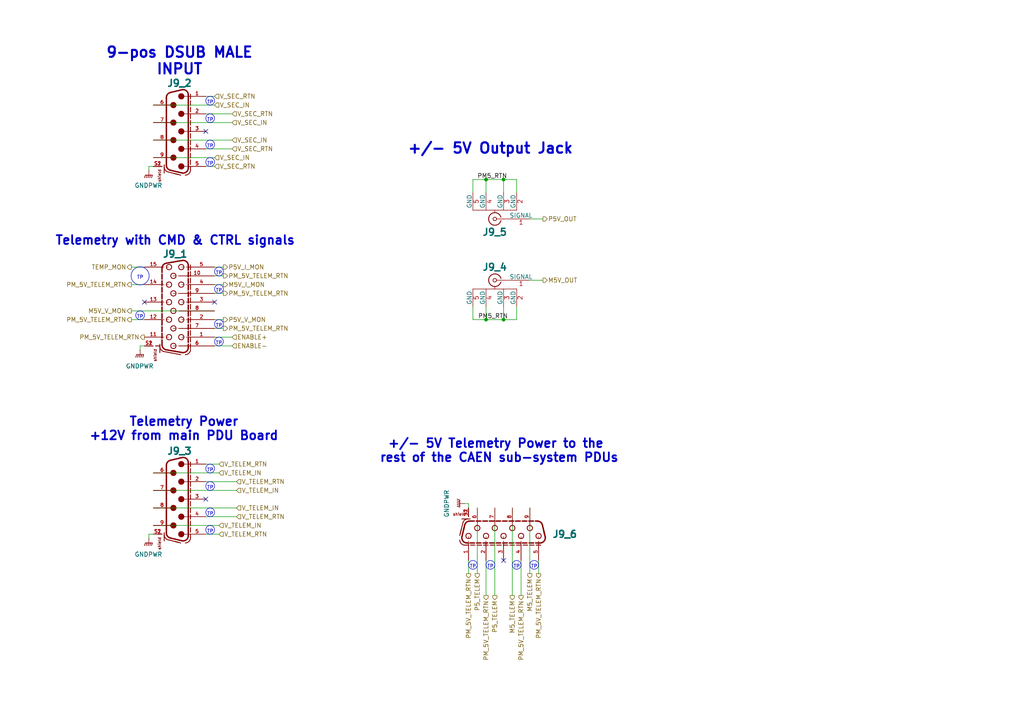
<source format=kicad_sch>
(kicad_sch
	(version 20250114)
	(generator "eeschema")
	(generator_version "9.0")
	(uuid "20abd0f9-a352-48c7-b5df-206a882d77db")
	(paper "A4")
	(lib_symbols
		(symbol "Adam_Tech:RF2-49B-T-00-50-G-HDW"
			(pin_names
				(offset 0)
			)
			(exclude_from_sim no)
			(in_bom yes)
			(on_board yes)
			(property "Reference" "J"
				(at 14.732 20.32 0)
				(effects
					(font
						(size 1.524 1.524)
					)
				)
			)
			(property "Value" "RF2-49B-T-00-50-G-HDW"
				(at 18.542 23.368 0)
				(effects
					(font
						(size 1.524 1.524)
					)
					(hide yes)
				)
			)
			(property "Footprint" "Adam_Tech:CONN_RF2-49B-T-00-50-G-HDW_ADM"
				(at 12.7 2.794 0)
				(effects
					(font
						(size 1.27 1.27)
						(italic yes)
					)
					(hide yes)
				)
			)
			(property "Datasheet" "https://app.adam-tech.com/products/download/data_sheet/219119/rf2-49b-t-00-50-g-hdw-data-sheet.pdf"
				(at 10.922 0.762 0)
				(effects
					(font
						(size 1.27 1.27)
						(italic yes)
					)
					(hide yes)
				)
			)
			(property "Description" "SMA Connector Jack, Female Socket 50 Ohms Through Hole, Right Angle Solder (Voltage Rating = 335V)"
				(at 6.35 17.78 0)
				(effects
					(font
						(size 1.27 1.27)
					)
					(hide yes)
				)
			)
			(property "Manufacturer" "Adam Tech"
				(at 0 0 0)
				(effects
					(font
						(size 1.27 1.27)
					)
					(hide yes)
				)
			)
			(property "Man. Part Num" "RF2-49B-T-00-50-G-HDW"
				(at 0 0 0)
				(effects
					(font
						(size 1.27 1.27)
					)
					(hide yes)
				)
			)
			(property "Distributor" "Mouser"
				(at 0 0 0)
				(effects
					(font
						(size 1.27 1.27)
					)
					(hide yes)
				)
			)
			(property "Dist. Part Num" "737-RF249BT0050GHDW"
				(at 0 0 0)
				(effects
					(font
						(size 1.27 1.27)
					)
					(hide yes)
				)
			)
			(property "Part Type" "Through Hole"
				(at 0 0 0)
				(effects
					(font
						(size 1.27 1.27)
					)
					(hide yes)
				)
			)
			(property "Package" "SMA"
				(at 0 0 0)
				(effects
					(font
						(size 1.27 1.27)
					)
					(hide yes)
				)
			)
			(property "Notes" ""
				(at 0 0 0)
				(effects
					(font
						(size 1.27 1.27)
					)
					(hide yes)
				)
			)
			(property "ki_keywords" "RF2-49B-T-00-50-G-HDW"
				(at 0 0 0)
				(effects
					(font
						(size 1.27 1.27)
					)
					(hide yes)
				)
			)
			(property "ki_fp_filters" "CONN_RF2-49B-T-00-50-G-HDW_ADM"
				(at 0 0 0)
				(effects
					(font
						(size 1.27 1.27)
					)
					(hide yes)
				)
			)
			(symbol "RF2-49B-T-00-50-G-HDW_0_1"
				(polyline
					(pts
						(xy 11.43 13.97) (xy 24.13 13.97)
					)
					(stroke
						(width 0)
						(type default)
					)
					(fill
						(type none)
					)
				)
				(polyline
					(pts
						(xy 15.24 16.51) (xy 12.7 16.51)
					)
					(stroke
						(width 0)
						(type default)
					)
					(fill
						(type none)
					)
				)
				(polyline
					(pts
						(xy 15.24 16.51) (xy 17.272 16.51)
					)
					(stroke
						(width 0)
						(type default)
					)
					(fill
						(type none)
					)
				)
				(arc
					(start 16.002 17.018)
					(mid 18.0023 18.3184)
					(end 19.558 16.51)
					(stroke
						(width 0.254)
						(type default)
					)
					(fill
						(type none)
					)
				)
				(arc
					(start 19.558 16.51)
					(mid 18.0022 14.7022)
					(end 16.002 16.002)
					(stroke
						(width 0.254)
						(type default)
					)
					(fill
						(type none)
					)
				)
				(circle
					(center 17.78 16.51)
					(radius 0.508)
					(stroke
						(width 0.2032)
						(type default)
					)
					(fill
						(type none)
					)
				)
				(polyline
					(pts
						(xy 17.78 13.97) (xy 17.78 14.732)
					)
					(stroke
						(width 0)
						(type default)
					)
					(fill
						(type none)
					)
				)
			)
			(symbol "RF2-49B-T-00-50-G-HDW_1_1"
				(pin unspecified line
					(at 7.62 16.51 0)
					(length 5.08)
					(name "SIGNAL"
						(effects
							(font
								(size 1.27 1.27)
							)
						)
					)
					(number "1"
						(effects
							(font
								(size 1.27 1.27)
							)
						)
					)
				)
				(pin power_in line
					(at 11.43 8.89 90)
					(length 5.08)
					(name "GND"
						(effects
							(font
								(size 1.27 1.27)
							)
						)
					)
					(number "2"
						(effects
							(font
								(size 1.27 1.27)
							)
						)
					)
				)
				(pin power_in line
					(at 15.24 8.89 90)
					(length 5.08)
					(name "GND"
						(effects
							(font
								(size 1.27 1.27)
							)
						)
					)
					(number "3"
						(effects
							(font
								(size 1.27 1.27)
							)
						)
					)
				)
				(pin power_in line
					(at 20.32 8.89 90)
					(length 5.08)
					(name "GND"
						(effects
							(font
								(size 1.27 1.27)
							)
						)
					)
					(number "4"
						(effects
							(font
								(size 1.27 1.27)
							)
						)
					)
				)
				(pin power_in line
					(at 24.13 8.89 90)
					(length 5.08)
					(name "GND"
						(effects
							(font
								(size 1.27 1.27)
							)
						)
					)
					(number "5"
						(effects
							(font
								(size 1.27 1.27)
							)
						)
					)
				)
			)
			(symbol "RF2-49B-T-00-50-G-HDW_1_2"
				(polyline
					(pts
						(xy 5.08 2.54) (xy 5.08 -12.7)
					)
					(stroke
						(width 0.127)
						(type default)
					)
					(fill
						(type none)
					)
				)
				(polyline
					(pts
						(xy 5.08 -12.7) (xy 12.7 -12.7)
					)
					(stroke
						(width 0.127)
						(type default)
					)
					(fill
						(type none)
					)
				)
				(polyline
					(pts
						(xy 7.62 0) (xy 5.08 0)
					)
					(stroke
						(width 0.127)
						(type default)
					)
					(fill
						(type none)
					)
				)
				(polyline
					(pts
						(xy 7.62 0) (xy 8.89 0.8467)
					)
					(stroke
						(width 0.127)
						(type default)
					)
					(fill
						(type none)
					)
				)
				(polyline
					(pts
						(xy 7.62 0) (xy 8.89 -0.8467)
					)
					(stroke
						(width 0.127)
						(type default)
					)
					(fill
						(type none)
					)
				)
				(polyline
					(pts
						(xy 7.62 -2.54) (xy 5.08 -2.54)
					)
					(stroke
						(width 0.127)
						(type default)
					)
					(fill
						(type none)
					)
				)
				(polyline
					(pts
						(xy 7.62 -2.54) (xy 8.89 -1.6933)
					)
					(stroke
						(width 0.127)
						(type default)
					)
					(fill
						(type none)
					)
				)
				(polyline
					(pts
						(xy 7.62 -2.54) (xy 8.89 -3.3867)
					)
					(stroke
						(width 0.127)
						(type default)
					)
					(fill
						(type none)
					)
				)
				(polyline
					(pts
						(xy 7.62 -5.08) (xy 5.08 -5.08)
					)
					(stroke
						(width 0.127)
						(type default)
					)
					(fill
						(type none)
					)
				)
				(polyline
					(pts
						(xy 7.62 -5.08) (xy 8.89 -4.2333)
					)
					(stroke
						(width 0.127)
						(type default)
					)
					(fill
						(type none)
					)
				)
				(polyline
					(pts
						(xy 7.62 -5.08) (xy 8.89 -5.9267)
					)
					(stroke
						(width 0.127)
						(type default)
					)
					(fill
						(type none)
					)
				)
				(polyline
					(pts
						(xy 7.62 -7.62) (xy 5.08 -7.62)
					)
					(stroke
						(width 0.127)
						(type default)
					)
					(fill
						(type none)
					)
				)
				(polyline
					(pts
						(xy 7.62 -7.62) (xy 8.89 -6.7733)
					)
					(stroke
						(width 0.127)
						(type default)
					)
					(fill
						(type none)
					)
				)
				(polyline
					(pts
						(xy 7.62 -7.62) (xy 8.89 -8.4667)
					)
					(stroke
						(width 0.127)
						(type default)
					)
					(fill
						(type none)
					)
				)
				(polyline
					(pts
						(xy 7.62 -10.16) (xy 5.08 -10.16)
					)
					(stroke
						(width 0.127)
						(type default)
					)
					(fill
						(type none)
					)
				)
				(polyline
					(pts
						(xy 7.62 -10.16) (xy 8.89 -9.3133)
					)
					(stroke
						(width 0.127)
						(type default)
					)
					(fill
						(type none)
					)
				)
				(polyline
					(pts
						(xy 7.62 -10.16) (xy 8.89 -11.0067)
					)
					(stroke
						(width 0.127)
						(type default)
					)
					(fill
						(type none)
					)
				)
				(polyline
					(pts
						(xy 12.7 2.54) (xy 5.08 2.54)
					)
					(stroke
						(width 0.127)
						(type default)
					)
					(fill
						(type none)
					)
				)
				(polyline
					(pts
						(xy 12.7 -12.7) (xy 12.7 2.54)
					)
					(stroke
						(width 0.127)
						(type default)
					)
					(fill
						(type none)
					)
				)
				(pin unspecified line
					(at 0 0 0)
					(length 5.08)
					(name "SIGNAL"
						(effects
							(font
								(size 1.27 1.27)
							)
						)
					)
					(number "1"
						(effects
							(font
								(size 1.27 1.27)
							)
						)
					)
				)
				(pin unspecified line
					(at 0 -2.54 0)
					(length 5.08)
					(name "GND"
						(effects
							(font
								(size 1.27 1.27)
							)
						)
					)
					(number "2"
						(effects
							(font
								(size 1.27 1.27)
							)
						)
					)
				)
				(pin unspecified line
					(at 0 -5.08 0)
					(length 5.08)
					(name "GND"
						(effects
							(font
								(size 1.27 1.27)
							)
						)
					)
					(number "3"
						(effects
							(font
								(size 1.27 1.27)
							)
						)
					)
				)
				(pin unspecified line
					(at 0 -7.62 0)
					(length 5.08)
					(name "GND"
						(effects
							(font
								(size 1.27 1.27)
							)
						)
					)
					(number "4"
						(effects
							(font
								(size 1.27 1.27)
							)
						)
					)
				)
				(pin unspecified line
					(at 0 -10.16 0)
					(length 5.08)
					(name "GND"
						(effects
							(font
								(size 1.27 1.27)
							)
						)
					)
					(number "5"
						(effects
							(font
								(size 1.27 1.27)
							)
						)
					)
				)
			)
			(embedded_fonts no)
		)
		(symbol "Wurth_Elektronik:6180XX231121_618009231121"
			(pin_names
				(offset 1.016)
			)
			(exclude_from_sim no)
			(in_bom yes)
			(on_board yes)
			(property "Reference" "J"
				(at 13.78 1.66 0)
				(effects
					(font
						(size 1.27 1.27)
					)
					(justify left bottom)
				)
			)
			(property "Value" "618009231121"
				(at 0 0 0)
				(effects
					(font
						(size 1.27 1.27)
					)
					(justify bottom)
					(hide yes)
				)
			)
			(property "Footprint" "6180XX231121_618009231121:618009231121"
				(at 0 0 0)
				(effects
					(font
						(size 1.27 1.27)
					)
					(justify bottom)
					(hide yes)
				)
			)
			(property "Datasheet" "https://www.we-online.com/components/products/datasheet/618009231121.pdf"
				(at 0 0 0)
				(effects
					(font
						(size 1.27 1.27)
					)
					(hide yes)
				)
			)
			(property "Description" "9 Position D-Sub Receptacle, Female Sockets Connector"
				(at 0 0 0)
				(effects
					(font
						(size 1.27 1.27)
					)
					(hide yes)
				)
			)
			(property "Manufacturer" "Wurth Elektronik"
				(at 0 0 0)
				(effects
					(font
						(size 1.27 1.27)
					)
					(justify bottom)
					(hide yes)
				)
			)
			(property "Man. Part Num" "618009231121"
				(at 0 0 0)
				(effects
					(font
						(size 1.27 1.27)
					)
					(justify bottom)
					(hide yes)
				)
			)
			(property "Gender" "Female"
				(at 0 0 0)
				(effects
					(font
						(size 1.27 1.27)
					)
					(justify bottom)
					(hide yes)
				)
			)
			(property "Part Type" "Through Hole"
				(at 0 0 0)
				(effects
					(font
						(size 1.27 1.27)
					)
					(hide yes)
				)
			)
			(property "Voltage Rating" "125 VAC"
				(at 0 0 0)
				(effects
					(font
						(size 1.27 1.27)
					)
					(justify bottom)
					(hide yes)
				)
			)
			(property "Distributor" "Digi-Key"
				(at 0 0 0)
				(effects
					(font
						(size 1.27 1.27)
					)
					(hide yes)
				)
			)
			(property "Dist. Part Num" "732-618009231121-ND"
				(at 0 0 0)
				(effects
					(font
						(size 1.27 1.27)
					)
					(hide yes)
				)
			)
			(property "Dist. URL" "https://www.digikey.com/en/products/detail/w%C3%BCrth-elektronik/618009231121/10484687?s=N4IgTCBcDaIOwGYwFoBsBGAHABmwTjAXXTHWQDkAREAXQF8g"
				(at 0 0 0)
				(effects
					(font
						(size 1.27 1.27)
					)
					(hide yes)
				)
			)
			(property "ki_keywords" "9 Position D-Sub Receptacle, Female Sockets Connector"
				(at 0 0 0)
				(effects
					(font
						(size 1.27 1.27)
					)
					(hide yes)
				)
			)
			(symbol "6180XX231121_618009231121_0_0"
				(polyline
					(pts
						(xy -11.7108 -0.8009) (xy -12.0642 0.6952)
					)
					(stroke
						(width 0.4064)
						(type default)
					)
					(fill
						(type none)
					)
				)
				(polyline
					(pts
						(xy -11.2729 -2.6548) (xy -11.9182 0.0772)
					)
					(stroke
						(width 0.4064)
						(type default)
					)
					(fill
						(type none)
					)
				)
				(polyline
					(pts
						(xy -10.795 3.175) (xy -9.4305 3.175)
					)
					(stroke
						(width 0.254)
						(type default)
					)
					(fill
						(type none)
					)
				)
				(polyline
					(pts
						(xy -10.6044 2.54) (xy -9.3113 2.54)
					)
					(stroke
						(width 0.4064)
						(type default)
					)
					(fill
						(type none)
					)
				)
				(arc
					(start -12.0642 0.6952)
					(mid -11.7806 1.9708)
					(end -10.6044 2.54)
					(stroke
						(width 0.4064)
						(type default)
					)
					(fill
						(type none)
					)
				)
				(polyline
					(pts
						(xy -10.16 2.58) (xy -10.16 1.935)
					)
					(stroke
						(width 0.1524)
						(type default)
					)
					(fill
						(type none)
					)
				)
				(polyline
					(pts
						(xy -10.16 0.675) (xy -10.16 1.3)
					)
					(stroke
						(width 0.1524)
						(type default)
					)
					(fill
						(type none)
					)
				)
				(circle
					(center -10.16 0.508)
					(radius 0.762)
					(stroke
						(width 0.254)
						(type default)
					)
					(fill
						(type none)
					)
				)
				(arc
					(start -9.8131 -3.81)
					(mid -10.7439 -3.4862)
					(end -11.2729 -2.6548)
					(stroke
						(width 0.4064)
						(type default)
					)
					(fill
						(type none)
					)
				)
				(polyline
					(pts
						(xy -9.237 -3.81) (xy -9.8131 -3.81)
					)
					(stroke
						(width 0.4064)
						(type default)
					)
					(fill
						(type none)
					)
				)
				(polyline
					(pts
						(xy -8.89 3.175) (xy -7.5255 3.175)
					)
					(stroke
						(width 0.254)
						(type default)
					)
					(fill
						(type none)
					)
				)
				(polyline
					(pts
						(xy -8.6994 2.54) (xy -7.4063 2.54)
					)
					(stroke
						(width 0.4064)
						(type default)
					)
					(fill
						(type none)
					)
				)
				(circle
					(center -7.62 -1.778)
					(radius 0.762)
					(stroke
						(width 0.254)
						(type default)
					)
					(fill
						(type none)
					)
				)
				(polyline
					(pts
						(xy -7.332 -3.81) (xy -8.6596 -3.81)
					)
					(stroke
						(width 0.4064)
						(type default)
					)
					(fill
						(type none)
					)
				)
				(polyline
					(pts
						(xy -6.985 3.175) (xy -5.6205 3.175)
					)
					(stroke
						(width 0.254)
						(type default)
					)
					(fill
						(type none)
					)
				)
				(polyline
					(pts
						(xy -6.7944 2.54) (xy -5.5013 2.54)
					)
					(stroke
						(width 0.4064)
						(type default)
					)
					(fill
						(type none)
					)
				)
				(polyline
					(pts
						(xy -5.427 -3.81) (xy -6.7546 -3.81)
					)
					(stroke
						(width 0.4064)
						(type default)
					)
					(fill
						(type none)
					)
				)
				(polyline
					(pts
						(xy -5.08 3.175) (xy -3.7155 3.175)
					)
					(stroke
						(width 0.254)
						(type default)
					)
					(fill
						(type none)
					)
				)
				(polyline
					(pts
						(xy -5.08 2.58) (xy -5.08 1.935)
					)
					(stroke
						(width 0.1524)
						(type default)
					)
					(fill
						(type none)
					)
				)
				(polyline
					(pts
						(xy -5.08 0.675) (xy -5.08 1.3)
					)
					(stroke
						(width 0.1524)
						(type default)
					)
					(fill
						(type none)
					)
				)
				(circle
					(center -5.08 0.508)
					(radius 0.762)
					(stroke
						(width 0.254)
						(type default)
					)
					(fill
						(type none)
					)
				)
				(polyline
					(pts
						(xy -4.8894 2.54) (xy -3.5963 2.54)
					)
					(stroke
						(width 0.4064)
						(type default)
					)
					(fill
						(type none)
					)
				)
				(polyline
					(pts
						(xy -3.522 -3.81) (xy -4.8496 -3.81)
					)
					(stroke
						(width 0.4064)
						(type default)
					)
					(fill
						(type none)
					)
				)
				(polyline
					(pts
						(xy -3.175 3.175) (xy -1.8105 3.175)
					)
					(stroke
						(width 0.254)
						(type default)
					)
					(fill
						(type none)
					)
				)
				(polyline
					(pts
						(xy -2.9844 2.54) (xy -1.6913 2.54)
					)
					(stroke
						(width 0.4064)
						(type default)
					)
					(fill
						(type none)
					)
				)
				(circle
					(center -2.54 -1.778)
					(radius 0.762)
					(stroke
						(width 0.254)
						(type default)
					)
					(fill
						(type none)
					)
				)
				(polyline
					(pts
						(xy -1.617 -3.81) (xy -2.9446 -3.81)
					)
					(stroke
						(width 0.4064)
						(type default)
					)
					(fill
						(type none)
					)
				)
				(polyline
					(pts
						(xy -1.27 3.175) (xy 0.0945 3.175)
					)
					(stroke
						(width 0.254)
						(type default)
					)
					(fill
						(type none)
					)
				)
				(polyline
					(pts
						(xy -1.0794 2.54) (xy 0.2137 2.54)
					)
					(stroke
						(width 0.4064)
						(type default)
					)
					(fill
						(type none)
					)
				)
				(polyline
					(pts
						(xy 0 2.58) (xy 0 1.935)
					)
					(stroke
						(width 0.1524)
						(type default)
					)
					(fill
						(type none)
					)
				)
				(polyline
					(pts
						(xy 0 0.675) (xy 0 1.3)
					)
					(stroke
						(width 0.1524)
						(type default)
					)
					(fill
						(type none)
					)
				)
				(circle
					(center 0 0.508)
					(radius 0.762)
					(stroke
						(width 0.254)
						(type default)
					)
					(fill
						(type none)
					)
				)
				(polyline
					(pts
						(xy 0.288 -3.81) (xy -1.0396 -3.81)
					)
					(stroke
						(width 0.4064)
						(type default)
					)
					(fill
						(type none)
					)
				)
				(polyline
					(pts
						(xy 0.635 3.175) (xy 1.9996 3.175)
					)
					(stroke
						(width 0.254)
						(type default)
					)
					(fill
						(type none)
					)
				)
				(polyline
					(pts
						(xy 0.8256 2.54) (xy 2.1187 2.54)
					)
					(stroke
						(width 0.4064)
						(type default)
					)
					(fill
						(type none)
					)
				)
				(polyline
					(pts
						(xy 2.1931 -3.81) (xy 0.8654 -3.81)
					)
					(stroke
						(width 0.4064)
						(type default)
					)
					(fill
						(type none)
					)
				)
				(polyline
					(pts
						(xy 2.54 3.175) (xy 3.9046 3.175)
					)
					(stroke
						(width 0.254)
						(type default)
					)
					(fill
						(type none)
					)
				)
				(circle
					(center 2.54 -1.778)
					(radius 0.762)
					(stroke
						(width 0.254)
						(type default)
					)
					(fill
						(type none)
					)
				)
				(polyline
					(pts
						(xy 2.7306 2.54) (xy 4.0237 2.54)
					)
					(stroke
						(width 0.4064)
						(type default)
					)
					(fill
						(type none)
					)
				)
				(polyline
					(pts
						(xy 4.0981 -3.81) (xy 2.7704 -3.81)
					)
					(stroke
						(width 0.4064)
						(type default)
					)
					(fill
						(type none)
					)
				)
				(polyline
					(pts
						(xy 4.445 3.175) (xy 5.8096 3.175)
					)
					(stroke
						(width 0.254)
						(type default)
					)
					(fill
						(type none)
					)
				)
				(polyline
					(pts
						(xy 4.6356 2.54) (xy 5.9287 2.54)
					)
					(stroke
						(width 0.4064)
						(type default)
					)
					(fill
						(type none)
					)
				)
				(polyline
					(pts
						(xy 5.08 2.58) (xy 5.08 1.935)
					)
					(stroke
						(width 0.1524)
						(type default)
					)
					(fill
						(type none)
					)
				)
				(polyline
					(pts
						(xy 5.08 0.675) (xy 5.08 1.3)
					)
					(stroke
						(width 0.1524)
						(type default)
					)
					(fill
						(type none)
					)
				)
				(circle
					(center 5.08 0.508)
					(radius 0.762)
					(stroke
						(width 0.254)
						(type default)
					)
					(fill
						(type none)
					)
				)
				(polyline
					(pts
						(xy 6.0031 -3.81) (xy 4.6754 -3.81)
					)
					(stroke
						(width 0.4064)
						(type default)
					)
					(fill
						(type none)
					)
				)
				(polyline
					(pts
						(xy 6.35 3.175) (xy 7.7146 3.175)
					)
					(stroke
						(width 0.254)
						(type default)
					)
					(fill
						(type none)
					)
				)
				(polyline
					(pts
						(xy 6.5406 2.54) (xy 7.8337 2.54)
					)
					(stroke
						(width 0.4064)
						(type default)
					)
					(fill
						(type none)
					)
				)
				(circle
					(center 7.62 -1.778)
					(radius 0.762)
					(stroke
						(width 0.254)
						(type default)
					)
					(fill
						(type none)
					)
				)
				(polyline
					(pts
						(xy 7.9081 -3.81) (xy 6.5804 -3.81)
					)
					(stroke
						(width 0.4064)
						(type default)
					)
					(fill
						(type none)
					)
				)
				(polyline
					(pts
						(xy 8.255 3.175) (xy 9.6196 3.175)
					)
					(stroke
						(width 0.254)
						(type default)
					)
					(fill
						(type none)
					)
				)
				(polyline
					(pts
						(xy 8.4456 2.54) (xy 9.7387 2.54)
					)
					(stroke
						(width 0.4064)
						(type default)
					)
					(fill
						(type none)
					)
				)
				(arc
					(start 11.2729 -2.6548)
					(mid 10.7439 -3.4863)
					(end 9.8131 -3.81)
					(stroke
						(width 0.4064)
						(type default)
					)
					(fill
						(type none)
					)
				)
				(polyline
					(pts
						(xy 9.8131 -3.81) (xy 8.4854 -3.81)
					)
					(stroke
						(width 0.4064)
						(type default)
					)
					(fill
						(type none)
					)
				)
				(polyline
					(pts
						(xy 10.16 3.175) (xy 11.2 3.175)
					)
					(stroke
						(width 0.254)
						(type default)
					)
					(fill
						(type none)
					)
				)
				(polyline
					(pts
						(xy 10.16 2.58) (xy 10.16 1.935)
					)
					(stroke
						(width 0.1524)
						(type default)
					)
					(fill
						(type none)
					)
				)
				(polyline
					(pts
						(xy 10.16 0.675) (xy 10.16 1.3)
					)
					(stroke
						(width 0.1524)
						(type default)
					)
					(fill
						(type none)
					)
				)
				(circle
					(center 10.16 0.508)
					(radius 0.762)
					(stroke
						(width 0.254)
						(type default)
					)
					(fill
						(type none)
					)
				)
				(polyline
					(pts
						(xy 10.16 -4.445) (xy 10.16 -4.445)
					)
					(stroke
						(width 0.254)
						(type default)
					)
					(fill
						(type none)
					)
				)
				(polyline
					(pts
						(xy 10.16 -6.35) (xy 10.16 -5.08)
					)
					(stroke
						(width 0.254)
						(type default)
					)
					(fill
						(type none)
					)
				)
				(polyline
					(pts
						(xy 10.2 -4.44) (xy 9.6938 -4.44)
					)
					(stroke
						(width 0.254)
						(type default)
					)
					(fill
						(type none)
					)
				)
				(arc
					(start 11.7841 -3.3038)
					(mid 11.2519 -4.1219)
					(end 10.3288 -4.44)
					(stroke
						(width 0.254)
						(type default)
					)
					(fill
						(type none)
					)
				)
				(polyline
					(pts
						(xy 10.3506 2.54) (xy 10.6044 2.54)
					)
					(stroke
						(width 0.4064)
						(type default)
					)
					(fill
						(type none)
					)
				)
				(arc
					(start 10.6044 2.54)
					(mid 11.7804 1.9707)
					(end 12.0642 0.6952)
					(stroke
						(width 0.4064)
						(type default)
					)
					(fill
						(type none)
					)
				)
				(arc
					(start 11.2 3.175)
					(mid 12.2607 2.7357)
					(end 12.7 1.675)
					(stroke
						(width 0.254)
						(type default)
					)
					(fill
						(type none)
					)
				)
				(polyline
					(pts
						(xy 11.6263 -1.1588) (xy 11.2729 -2.6548)
					)
					(stroke
						(width 0.4064)
						(type default)
					)
					(fill
						(type none)
					)
				)
				(polyline
					(pts
						(xy 11.7841 -3.3038) (xy 12.546 -0.256)
					)
					(stroke
						(width 0.254)
						(type default)
					)
					(fill
						(type none)
					)
				)
				(polyline
					(pts
						(xy 12.0642 0.6952) (xy 11.4189 -2.0369)
					)
					(stroke
						(width 0.4064)
						(type default)
					)
					(fill
						(type none)
					)
				)
				(polyline
					(pts
						(xy 12.105 -4.44) (xy 10.3288 -4.44)
					)
					(stroke
						(width 0.254)
						(type default)
					)
					(fill
						(type none)
					)
				)
				(polyline
					(pts
						(xy 12.2461 -1.4557) (xy 12.7 0.36)
					)
					(stroke
						(width 0.254)
						(type default)
					)
					(fill
						(type none)
					)
				)
				(text "shield"
					(at 10.9 -5.32 0)
					(effects
						(font
							(size 0.8128 0.8128)
						)
						(justify left bottom)
					)
				)
				(pin bidirectional line
					(at -10.16 7.62 270)
					(length 5.08)
					(name "~"
						(effects
							(font
								(size 1.016 1.016)
							)
						)
					)
					(number "5"
						(effects
							(font
								(size 1.016 1.016)
							)
						)
					)
				)
				(pin bidirectional line
					(at -7.62 -7.62 90)
					(length 5.08)
					(name "~"
						(effects
							(font
								(size 1.016 1.016)
							)
						)
					)
					(number "9"
						(effects
							(font
								(size 1.016 1.016)
							)
						)
					)
				)
				(pin bidirectional line
					(at -5.08 7.62 270)
					(length 5.08)
					(name "~"
						(effects
							(font
								(size 1.016 1.016)
							)
						)
					)
					(number "4"
						(effects
							(font
								(size 1.016 1.016)
							)
						)
					)
				)
				(pin bidirectional line
					(at -2.54 -7.62 90)
					(length 5.08)
					(name "~"
						(effects
							(font
								(size 1.016 1.016)
							)
						)
					)
					(number "8"
						(effects
							(font
								(size 1.016 1.016)
							)
						)
					)
				)
				(pin bidirectional line
					(at 0 7.62 270)
					(length 5.08)
					(name "~"
						(effects
							(font
								(size 1.016 1.016)
							)
						)
					)
					(number "3"
						(effects
							(font
								(size 1.016 1.016)
							)
						)
					)
				)
				(pin bidirectional line
					(at 2.54 -7.62 90)
					(length 5.08)
					(name "~"
						(effects
							(font
								(size 1.016 1.016)
							)
						)
					)
					(number "7"
						(effects
							(font
								(size 1.016 1.016)
							)
						)
					)
				)
				(pin bidirectional line
					(at 5.08 7.62 270)
					(length 5.08)
					(name "~"
						(effects
							(font
								(size 1.016 1.016)
							)
						)
					)
					(number "2"
						(effects
							(font
								(size 1.016 1.016)
							)
						)
					)
				)
				(pin bidirectional line
					(at 10.16 7.62 270)
					(length 5.08)
					(name "~"
						(effects
							(font
								(size 1.016 1.016)
							)
						)
					)
					(number "1"
						(effects
							(font
								(size 1.016 1.016)
							)
						)
					)
				)
				(pin bidirectional line
					(at 10.16 -7.62 90)
					(length 2.54)
					(name "~"
						(effects
							(font
								(size 1.016 1.016)
							)
						)
					)
					(number "S2"
						(effects
							(font
								(size 1.016 1.016)
							)
						)
					)
				)
			)
			(symbol "6180XX231121_618009231121_1_0"
				(pin bidirectional line
					(at 7.62 -7.62 90)
					(length 5.08)
					(name "~"
						(effects
							(font
								(size 1.016 1.016)
							)
						)
					)
					(number "6"
						(effects
							(font
								(size 1.016 1.016)
							)
						)
					)
				)
				(pin bidirectional line
					(at 10.16 -7.62 90)
					(length 2.54)
					(name "~"
						(effects
							(font
								(size 1.016 1.016)
							)
						)
					)
					(number "S1"
						(effects
							(font
								(size 1.016 1.016)
							)
						)
					)
				)
			)
			(embedded_fonts no)
		)
		(symbol "Wurth_Elektronik:6180XX231221_618009231221"
			(pin_names
				(offset 1.016)
			)
			(exclude_from_sim no)
			(in_bom yes)
			(on_board yes)
			(property "Reference" "J"
				(at 13.78 1.66 0)
				(effects
					(font
						(size 1.27 1.27)
					)
					(justify left bottom)
				)
			)
			(property "Value" "618009231221"
				(at 0 0 0)
				(effects
					(font
						(size 1.27 1.27)
					)
					(justify bottom)
					(hide yes)
				)
			)
			(property "Footprint" "Wurth_Elektronik:618009231221"
				(at 0 0 0)
				(effects
					(font
						(size 1.27 1.27)
					)
					(justify bottom)
					(hide yes)
				)
			)
			(property "Datasheet" "https://www.we-online.com/components/products/datasheet/618009231221.pdf"
				(at 0 0 0)
				(effects
					(font
						(size 1.27 1.27)
					)
					(hide yes)
				)
			)
			(property "Description" "9 Position D-Sub Plug, Male Pins Connector"
				(at 0 0 0)
				(effects
					(font
						(size 1.27 1.27)
					)
					(hide yes)
				)
			)
			(property "Manufacturer" "Wurth Electronics"
				(at 0 0 0)
				(effects
					(font
						(size 1.27 1.27)
					)
					(justify bottom)
					(hide yes)
				)
			)
			(property "Man. Part Num" "618009231221"
				(at 0 0 0)
				(effects
					(font
						(size 1.27 1.27)
					)
					(justify bottom)
					(hide yes)
				)
			)
			(property "Gender" "Male"
				(at 0 0 0)
				(effects
					(font
						(size 1.27 1.27)
					)
					(justify bottom)
					(hide yes)
				)
			)
			(property "Voltage Rating" "125 V(AC)"
				(at 0 0 0)
				(effects
					(font
						(size 1.27 1.27)
					)
					(justify bottom)
					(hide yes)
				)
			)
			(property "Part Type" "Through Hole"
				(at 0 0 0)
				(effects
					(font
						(size 1.27 1.27)
					)
					(hide yes)
				)
			)
			(property "Distributor" "Digikey"
				(at 0 0 0)
				(effects
					(font
						(size 1.27 1.27)
					)
					(hide yes)
				)
			)
			(property "Dist. Part Num" "732-618009231221-ND"
				(at 0 0 0)
				(effects
					(font
						(size 1.27 1.27)
					)
					(hide yes)
				)
			)
			(property "Dist. URL" "https://www.digikey.com/en/products/detail/w%C3%BCrth-elektronik/618009231221/10484658?s=N4IgTCBcDaIGwEYAcAGFBOMBmBYwJAF0BfIA"
				(at 0 0 0)
				(effects
					(font
						(size 1.27 1.27)
					)
					(hide yes)
				)
			)
			(property "ki_keywords" "9 Position D-Sub Plug, Male Pins Connector"
				(at 0 0 0)
				(effects
					(font
						(size 1.27 1.27)
					)
					(hide yes)
				)
			)
			(symbol "6180XX231221_618009231221_0_0"
				(polyline
					(pts
						(xy -11.2729 -2.6548) (xy -12.0642 0.6952)
					)
					(stroke
						(width 0.4064)
						(type default)
					)
					(fill
						(type none)
					)
				)
				(polyline
					(pts
						(xy -10.795 3.175) (xy -9.4305 3.175)
					)
					(stroke
						(width 0.254)
						(type default)
					)
					(fill
						(type none)
					)
				)
				(polyline
					(pts
						(xy -10.6044 2.54) (xy 10.6044 2.54)
					)
					(stroke
						(width 0.4064)
						(type default)
					)
					(fill
						(type none)
					)
				)
				(arc
					(start -12.0642 0.6952)
					(mid -11.7806 1.9708)
					(end -10.6044 2.54)
					(stroke
						(width 0.4064)
						(type default)
					)
					(fill
						(type none)
					)
				)
				(polyline
					(pts
						(xy -10.16 2.58) (xy -10.16 0.4)
					)
					(stroke
						(width 0.1524)
						(type default)
					)
					(fill
						(type none)
					)
				)
				(circle
					(center -10.16 0.508)
					(radius 0.762)
					(stroke
						(width 0.254)
						(type default)
					)
					(fill
						(type outline)
					)
				)
				(arc
					(start -9.8131 -3.81)
					(mid -10.7439 -3.4862)
					(end -11.2729 -2.6548)
					(stroke
						(width 0.4064)
						(type default)
					)
					(fill
						(type none)
					)
				)
				(polyline
					(pts
						(xy -8.89 3.175) (xy -7.5255 3.175)
					)
					(stroke
						(width 0.254)
						(type default)
					)
					(fill
						(type none)
					)
				)
				(circle
					(center -7.62 -1.778)
					(radius 0.762)
					(stroke
						(width 0.254)
						(type default)
					)
					(fill
						(type outline)
					)
				)
				(polyline
					(pts
						(xy -6.985 3.175) (xy -5.6205 3.175)
					)
					(stroke
						(width 0.254)
						(type default)
					)
					(fill
						(type none)
					)
				)
				(polyline
					(pts
						(xy -5.08 3.175) (xy -3.7155 3.175)
					)
					(stroke
						(width 0.254)
						(type default)
					)
					(fill
						(type none)
					)
				)
				(polyline
					(pts
						(xy -5.08 2.58) (xy -5.08 0.4)
					)
					(stroke
						(width 0.1524)
						(type default)
					)
					(fill
						(type none)
					)
				)
				(circle
					(center -5.08 0.508)
					(radius 0.762)
					(stroke
						(width 0.254)
						(type default)
					)
					(fill
						(type outline)
					)
				)
				(polyline
					(pts
						(xy -3.175 3.175) (xy -1.8105 3.175)
					)
					(stroke
						(width 0.254)
						(type default)
					)
					(fill
						(type none)
					)
				)
				(circle
					(center -2.54 -1.778)
					(radius 0.762)
					(stroke
						(width 0.254)
						(type default)
					)
					(fill
						(type outline)
					)
				)
				(polyline
					(pts
						(xy -1.27 3.175) (xy 0.0945 3.175)
					)
					(stroke
						(width 0.254)
						(type default)
					)
					(fill
						(type none)
					)
				)
				(polyline
					(pts
						(xy 0 2.58) (xy 0 0.4)
					)
					(stroke
						(width 0.1524)
						(type default)
					)
					(fill
						(type none)
					)
				)
				(circle
					(center 0 0.508)
					(radius 0.762)
					(stroke
						(width 0.254)
						(type default)
					)
					(fill
						(type outline)
					)
				)
				(polyline
					(pts
						(xy 0.635 3.175) (xy 1.9996 3.175)
					)
					(stroke
						(width 0.254)
						(type default)
					)
					(fill
						(type none)
					)
				)
				(polyline
					(pts
						(xy 2.54 3.175) (xy 3.9046 3.175)
					)
					(stroke
						(width 0.254)
						(type default)
					)
					(fill
						(type none)
					)
				)
				(circle
					(center 2.54 -1.778)
					(radius 0.762)
					(stroke
						(width 0.254)
						(type default)
					)
					(fill
						(type outline)
					)
				)
				(polyline
					(pts
						(xy 4.445 3.175) (xy 5.8096 3.175)
					)
					(stroke
						(width 0.254)
						(type default)
					)
					(fill
						(type none)
					)
				)
				(polyline
					(pts
						(xy 5.08 2.58) (xy 5.08 0.4)
					)
					(stroke
						(width 0.1524)
						(type default)
					)
					(fill
						(type none)
					)
				)
				(circle
					(center 5.08 0.508)
					(radius 0.762)
					(stroke
						(width 0.254)
						(type default)
					)
					(fill
						(type outline)
					)
				)
				(polyline
					(pts
						(xy 6.35 3.175) (xy 7.7146 3.175)
					)
					(stroke
						(width 0.254)
						(type default)
					)
					(fill
						(type none)
					)
				)
				(circle
					(center 7.62 -1.778)
					(radius 0.762)
					(stroke
						(width 0.254)
						(type default)
					)
					(fill
						(type outline)
					)
				)
				(polyline
					(pts
						(xy 8.255 3.175) (xy 9.6196 3.175)
					)
					(stroke
						(width 0.254)
						(type default)
					)
					(fill
						(type none)
					)
				)
				(arc
					(start 11.2729 -2.6548)
					(mid 10.7439 -3.4863)
					(end 9.8131 -3.81)
					(stroke
						(width 0.4064)
						(type default)
					)
					(fill
						(type none)
					)
				)
				(polyline
					(pts
						(xy 9.8131 -3.81) (xy -9.8131 -3.81)
					)
					(stroke
						(width 0.4064)
						(type default)
					)
					(fill
						(type none)
					)
				)
				(polyline
					(pts
						(xy 10.16 3.175) (xy 11.2 3.175)
					)
					(stroke
						(width 0.254)
						(type default)
					)
					(fill
						(type none)
					)
				)
				(polyline
					(pts
						(xy 10.16 2.58) (xy 10.16 0.4)
					)
					(stroke
						(width 0.1524)
						(type default)
					)
					(fill
						(type none)
					)
				)
				(circle
					(center 10.16 0.508)
					(radius 0.762)
					(stroke
						(width 0.254)
						(type default)
					)
					(fill
						(type outline)
					)
				)
				(polyline
					(pts
						(xy 10.16 -4.445) (xy 10.16 -4.445)
					)
					(stroke
						(width 0.254)
						(type default)
					)
					(fill
						(type none)
					)
				)
				(polyline
					(pts
						(xy 10.16 -6.35) (xy 10.16 -5.08)
					)
					(stroke
						(width 0.254)
						(type default)
					)
					(fill
						(type none)
					)
				)
				(polyline
					(pts
						(xy 10.2 -4.44) (xy 9.6938 -4.44)
					)
					(stroke
						(width 0.254)
						(type default)
					)
					(fill
						(type none)
					)
				)
				(arc
					(start 11.7841 -3.3038)
					(mid 11.2519 -4.1219)
					(end 10.3288 -4.44)
					(stroke
						(width 0.254)
						(type default)
					)
					(fill
						(type none)
					)
				)
				(arc
					(start 10.6044 2.54)
					(mid 11.7804 1.9707)
					(end 12.0642 0.6952)
					(stroke
						(width 0.4064)
						(type default)
					)
					(fill
						(type none)
					)
				)
				(arc
					(start 11.2 3.175)
					(mid 12.2607 2.7357)
					(end 12.7 1.675)
					(stroke
						(width 0.254)
						(type default)
					)
					(fill
						(type none)
					)
				)
				(polyline
					(pts
						(xy 11.7841 -3.3038) (xy 12.546 -0.256)
					)
					(stroke
						(width 0.254)
						(type default)
					)
					(fill
						(type none)
					)
				)
				(polyline
					(pts
						(xy 12.0642 0.6952) (xy 11.2729 -2.6548)
					)
					(stroke
						(width 0.4064)
						(type default)
					)
					(fill
						(type none)
					)
				)
				(polyline
					(pts
						(xy 12.105 -4.44) (xy 10.3288 -4.44)
					)
					(stroke
						(width 0.254)
						(type default)
					)
					(fill
						(type none)
					)
				)
				(polyline
					(pts
						(xy 12.2461 -1.4557) (xy 12.7 0.36)
					)
					(stroke
						(width 0.254)
						(type default)
					)
					(fill
						(type none)
					)
				)
				(text "shield"
					(at 10.9 -5.32 0)
					(effects
						(font
							(size 0.8128 0.8128)
						)
						(justify left bottom)
					)
				)
				(pin bidirectional line
					(at -10.16 7.62 270)
					(length 5.08)
					(name "~"
						(effects
							(font
								(size 1.016 1.016)
							)
						)
					)
					(number "1"
						(effects
							(font
								(size 1.016 1.016)
							)
						)
					)
				)
				(pin bidirectional line
					(at -7.62 -7.62 90)
					(length 5.08)
					(name "~"
						(effects
							(font
								(size 1.016 1.016)
							)
						)
					)
					(number "6"
						(effects
							(font
								(size 1.016 1.016)
							)
						)
					)
				)
				(pin bidirectional line
					(at -5.08 7.62 270)
					(length 5.08)
					(name "~"
						(effects
							(font
								(size 1.016 1.016)
							)
						)
					)
					(number "2"
						(effects
							(font
								(size 1.016 1.016)
							)
						)
					)
				)
				(pin bidirectional line
					(at -2.54 -7.62 90)
					(length 5.08)
					(name "~"
						(effects
							(font
								(size 1.016 1.016)
							)
						)
					)
					(number "7"
						(effects
							(font
								(size 1.016 1.016)
							)
						)
					)
				)
				(pin bidirectional line
					(at 0 7.62 270)
					(length 5.08)
					(name "~"
						(effects
							(font
								(size 1.016 1.016)
							)
						)
					)
					(number "3"
						(effects
							(font
								(size 1.016 1.016)
							)
						)
					)
				)
				(pin bidirectional line
					(at 2.54 -7.62 90)
					(length 5.08)
					(name "~"
						(effects
							(font
								(size 1.016 1.016)
							)
						)
					)
					(number "8"
						(effects
							(font
								(size 1.016 1.016)
							)
						)
					)
				)
				(pin bidirectional line
					(at 5.08 7.62 270)
					(length 5.08)
					(name "~"
						(effects
							(font
								(size 1.016 1.016)
							)
						)
					)
					(number "4"
						(effects
							(font
								(size 1.016 1.016)
							)
						)
					)
				)
				(pin bidirectional line
					(at 7.62 -7.62 90)
					(length 5.08)
					(name "~"
						(effects
							(font
								(size 1.016 1.016)
							)
						)
					)
					(number "9"
						(effects
							(font
								(size 1.016 1.016)
							)
						)
					)
				)
				(pin bidirectional line
					(at 10.16 7.62 270)
					(length 5.08)
					(name "~"
						(effects
							(font
								(size 1.016 1.016)
							)
						)
					)
					(number "5"
						(effects
							(font
								(size 1.016 1.016)
							)
						)
					)
				)
				(pin bidirectional line
					(at 10.16 -7.62 90)
					(length 2.54)
					(name "~"
						(effects
							(font
								(size 1.016 1.016)
							)
						)
					)
					(number "S1"
						(effects
							(font
								(size 1.016 1.016)
							)
						)
					)
				)
				(pin bidirectional line
					(at 10.16 -7.62 90)
					(length 2.54)
					(name "~"
						(effects
							(font
								(size 1.016 1.016)
							)
						)
					)
					(number "S2"
						(effects
							(font
								(size 1.016 1.016)
							)
						)
					)
				)
			)
			(embedded_fonts no)
		)
		(symbol "Wurth_Elektronik:6180XX330923_618015330923"
			(pin_names
				(offset 1.016)
			)
			(exclude_from_sim no)
			(in_bom yes)
			(on_board yes)
			(property "Reference" "J"
				(at 16.32 4.2 0)
				(effects
					(font
						(size 1.27 1.27)
					)
					(justify left bottom)
				)
			)
			(property "Value" "618015330923"
				(at 0 0 0)
				(effects
					(font
						(size 1.27 1.27)
					)
					(justify bottom)
					(hide yes)
				)
			)
			(property "Footprint" "Wurth_Elektronik:618015330923"
				(at 0 0 0)
				(effects
					(font
						(size 1.27 1.27)
					)
					(justify bottom)
					(hide yes)
				)
			)
			(property "Datasheet" "https://www.we-online.com/components/products/datasheet/618015330923.pdf"
				(at 0 0 0)
				(effects
					(font
						(size 1.27 1.27)
					)
					(hide yes)
				)
			)
			(property "Description" "15 Position D-Sub, High Density Receptacle, Female Sockets Connector"
				(at 0 0 0)
				(effects
					(font
						(size 1.27 1.27)
					)
					(hide yes)
				)
			)
			(property "Manufacturer" "Würth Elektronik"
				(at 0 0 0)
				(effects
					(font
						(size 1.27 1.27)
					)
					(justify bottom)
					(hide yes)
				)
			)
			(property "Package" "None"
				(at 0 0 0)
				(effects
					(font
						(size 1.27 1.27)
					)
					(justify bottom)
					(hide yes)
				)
			)
			(property "Man. Part Num" "618015330923"
				(at 0 0 0)
				(effects
					(font
						(size 1.27 1.27)
					)
					(justify bottom)
					(hide yes)
				)
			)
			(property "Distributor" "Digi-Key"
				(at 0 0 0)
				(effects
					(font
						(size 1.27 1.27)
					)
					(hide yes)
				)
			)
			(property "Dist. Part Num" "732-618015330923-ND"
				(at 0 0 0)
				(effects
					(font
						(size 1.27 1.27)
					)
					(hide yes)
				)
			)
			(property "Part Type" "Through Hole"
				(at 0 0 0)
				(effects
					(font
						(size 1.27 1.27)
					)
					(hide yes)
				)
			)
			(property "Notes" ""
				(at 0 0 0)
				(effects
					(font
						(size 1.27 1.27)
					)
					(hide yes)
				)
			)
			(symbol "6180XX330923_618015330923_0_0"
				(polyline
					(pts
						(xy -11.9161 2.3705) (xy -12.0642 3.2352)
					)
					(stroke
						(width 0.4064)
						(type default)
					)
					(fill
						(type none)
					)
				)
				(polyline
					(pts
						(xy -11.5945 0.4928) (xy -11.883 2.1769)
					)
					(stroke
						(width 0.4064)
						(type default)
					)
					(fill
						(type none)
					)
				)
				(polyline
					(pts
						(xy -11.2729 -1.3848) (xy -11.5613 0.2993)
					)
					(stroke
						(width 0.4064)
						(type default)
					)
					(fill
						(type none)
					)
				)
				(polyline
					(pts
						(xy -10.795 5.715) (xy -9.3854 5.715)
					)
					(stroke
						(width 0.254)
						(type default)
					)
					(fill
						(type none)
					)
				)
				(polyline
					(pts
						(xy -10.6044 5.08) (xy -9.2603 5.08)
					)
					(stroke
						(width 0.4064)
						(type default)
					)
					(fill
						(type none)
					)
				)
				(arc
					(start -12.0642 3.2352)
					(mid -11.7806 4.5108)
					(end -10.6044 5.08)
					(stroke
						(width 0.4064)
						(type default)
					)
					(fill
						(type none)
					)
				)
				(polyline
					(pts
						(xy -10.16 5.12) (xy -10.16 4.475)
					)
					(stroke
						(width 0.1524)
						(type default)
					)
					(fill
						(type none)
					)
				)
				(polyline
					(pts
						(xy -10.16 3.215) (xy -10.16 3.84)
					)
					(stroke
						(width 0.1524)
						(type default)
					)
					(fill
						(type none)
					)
				)
				(circle
					(center -10.16 3.048)
					(radius 0.762)
					(stroke
						(width 0.254)
						(type default)
					)
					(fill
						(type none)
					)
				)
				(circle
					(center -10.16 -0.508)
					(radius 0.762)
					(stroke
						(width 0.254)
						(type default)
					)
					(fill
						(type none)
					)
				)
				(polyline
					(pts
						(xy -10.16 -0.675) (xy -10.16 -1.3)
					)
					(stroke
						(width 0.1524)
						(type default)
					)
					(fill
						(type none)
					)
				)
				(polyline
					(pts
						(xy -10.16 -2.58) (xy -10.16 -1.935)
					)
					(stroke
						(width 0.1524)
						(type default)
					)
					(fill
						(type none)
					)
				)
				(arc
					(start -9.8131 -2.54)
					(mid -10.7439 -2.2162)
					(end -11.2729 -1.3848)
					(stroke
						(width 0.4064)
						(type default)
					)
					(fill
						(type none)
					)
				)
				(polyline
					(pts
						(xy -8.89 5.715) (xy -7.4804 5.715)
					)
					(stroke
						(width 0.254)
						(type default)
					)
					(fill
						(type none)
					)
				)
				(polyline
					(pts
						(xy -8.6994 5.08) (xy -7.3553 5.08)
					)
					(stroke
						(width 0.4064)
						(type default)
					)
					(fill
						(type none)
					)
				)
				(polyline
					(pts
						(xy -8.602 -2.54) (xy -9.8131 -2.54)
					)
					(stroke
						(width 0.4064)
						(type default)
					)
					(fill
						(type none)
					)
				)
				(polyline
					(pts
						(xy -7.62 2.58) (xy -7.62 2.135)
					)
					(stroke
						(width 0.1524)
						(type default)
					)
					(fill
						(type none)
					)
				)
				(circle
					(center -7.62 0.762)
					(radius 0.762)
					(stroke
						(width 0.254)
						(type default)
					)
					(fill
						(type none)
					)
				)
				(polyline
					(pts
						(xy -7.62 0.675) (xy -7.62 1.5)
					)
					(stroke
						(width 0.1524)
						(type default)
					)
					(fill
						(type none)
					)
				)
				(polyline
					(pts
						(xy -6.985 5.715) (xy -5.5754 5.715)
					)
					(stroke
						(width 0.254)
						(type default)
					)
					(fill
						(type none)
					)
				)
				(polyline
					(pts
						(xy -6.7944 5.08) (xy -5.4503 5.08)
					)
					(stroke
						(width 0.4064)
						(type default)
					)
					(fill
						(type none)
					)
				)
				(polyline
					(pts
						(xy -6.697 -2.54) (xy -8.0771 -2.54)
					)
					(stroke
						(width 0.4064)
						(type default)
					)
					(fill
						(type none)
					)
				)
				(polyline
					(pts
						(xy -5.08 5.715) (xy -3.6704 5.715)
					)
					(stroke
						(width 0.254)
						(type default)
					)
					(fill
						(type none)
					)
				)
				(polyline
					(pts
						(xy -5.08 5.12) (xy -5.08 4.475)
					)
					(stroke
						(width 0.1524)
						(type default)
					)
					(fill
						(type none)
					)
				)
				(polyline
					(pts
						(xy -5.08 3.215) (xy -5.08 3.84)
					)
					(stroke
						(width 0.1524)
						(type default)
					)
					(fill
						(type none)
					)
				)
				(circle
					(center -5.08 3.048)
					(radius 0.762)
					(stroke
						(width 0.254)
						(type default)
					)
					(fill
						(type none)
					)
				)
				(circle
					(center -5.08 -0.508)
					(radius 0.762)
					(stroke
						(width 0.254)
						(type default)
					)
					(fill
						(type none)
					)
				)
				(polyline
					(pts
						(xy -5.08 -0.675) (xy -5.08 -1.3)
					)
					(stroke
						(width 0.1524)
						(type default)
					)
					(fill
						(type none)
					)
				)
				(polyline
					(pts
						(xy -5.08 -2.58) (xy -5.08 -1.935)
					)
					(stroke
						(width 0.1524)
						(type default)
					)
					(fill
						(type none)
					)
				)
				(polyline
					(pts
						(xy -4.8894 5.08) (xy -3.5453 5.08)
					)
					(stroke
						(width 0.4064)
						(type default)
					)
					(fill
						(type none)
					)
				)
				(polyline
					(pts
						(xy -4.792 -2.54) (xy -6.172 -2.54)
					)
					(stroke
						(width 0.4064)
						(type default)
					)
					(fill
						(type none)
					)
				)
				(polyline
					(pts
						(xy -3.175 5.715) (xy -1.7654 5.715)
					)
					(stroke
						(width 0.254)
						(type default)
					)
					(fill
						(type none)
					)
				)
				(polyline
					(pts
						(xy -2.9844 5.08) (xy -1.6403 5.08)
					)
					(stroke
						(width 0.4064)
						(type default)
					)
					(fill
						(type none)
					)
				)
				(polyline
					(pts
						(xy -2.887 -2.54) (xy -4.2671 -2.54)
					)
					(stroke
						(width 0.4064)
						(type default)
					)
					(fill
						(type none)
					)
				)
				(polyline
					(pts
						(xy -2.54 2.58) (xy -2.54 2.135)
					)
					(stroke
						(width 0.1524)
						(type default)
					)
					(fill
						(type none)
					)
				)
				(circle
					(center -2.54 0.762)
					(radius 0.762)
					(stroke
						(width 0.254)
						(type default)
					)
					(fill
						(type none)
					)
				)
				(polyline
					(pts
						(xy -2.54 0.675) (xy -2.54 1.5)
					)
					(stroke
						(width 0.1524)
						(type default)
					)
					(fill
						(type none)
					)
				)
				(polyline
					(pts
						(xy -1.27 5.715) (xy 0.1396 5.715)
					)
					(stroke
						(width 0.254)
						(type default)
					)
					(fill
						(type none)
					)
				)
				(polyline
					(pts
						(xy -1.0794 5.08) (xy 0.2647 5.08)
					)
					(stroke
						(width 0.4064)
						(type default)
					)
					(fill
						(type none)
					)
				)
				(polyline
					(pts
						(xy -0.982 -2.54) (xy -2.3621 -2.54)
					)
					(stroke
						(width 0.4064)
						(type default)
					)
					(fill
						(type none)
					)
				)
				(polyline
					(pts
						(xy 0 5.12) (xy 0 4.475)
					)
					(stroke
						(width 0.1524)
						(type default)
					)
					(fill
						(type none)
					)
				)
				(polyline
					(pts
						(xy 0 3.215) (xy 0 3.84)
					)
					(stroke
						(width 0.1524)
						(type default)
					)
					(fill
						(type none)
					)
				)
				(circle
					(center 0 3.048)
					(radius 0.762)
					(stroke
						(width 0.254)
						(type default)
					)
					(fill
						(type none)
					)
				)
				(circle
					(center 0 -0.508)
					(radius 0.762)
					(stroke
						(width 0.254)
						(type default)
					)
					(fill
						(type none)
					)
				)
				(polyline
					(pts
						(xy 0 -0.675) (xy 0 -1.3)
					)
					(stroke
						(width 0.1524)
						(type default)
					)
					(fill
						(type none)
					)
				)
				(polyline
					(pts
						(xy 0 -2.58) (xy 0 -1.935)
					)
					(stroke
						(width 0.1524)
						(type default)
					)
					(fill
						(type none)
					)
				)
				(polyline
					(pts
						(xy 0.635 5.715) (xy 2.0446 5.715)
					)
					(stroke
						(width 0.254)
						(type default)
					)
					(fill
						(type none)
					)
				)
				(polyline
					(pts
						(xy 0.8256 5.08) (xy 2.1697 5.08)
					)
					(stroke
						(width 0.4064)
						(type default)
					)
					(fill
						(type none)
					)
				)
				(polyline
					(pts
						(xy 0.9231 -2.54) (xy -0.4571 -2.54)
					)
					(stroke
						(width 0.4064)
						(type default)
					)
					(fill
						(type none)
					)
				)
				(polyline
					(pts
						(xy 2.54 5.715) (xy 3.9496 5.715)
					)
					(stroke
						(width 0.254)
						(type default)
					)
					(fill
						(type none)
					)
				)
				(polyline
					(pts
						(xy 2.54 2.58) (xy 2.54 2.135)
					)
					(stroke
						(width 0.1524)
						(type default)
					)
					(fill
						(type none)
					)
				)
				(circle
					(center 2.54 0.762)
					(radius 0.762)
					(stroke
						(width 0.254)
						(type default)
					)
					(fill
						(type none)
					)
				)
				(polyline
					(pts
						(xy 2.54 0.675) (xy 2.54 1.5)
					)
					(stroke
						(width 0.1524)
						(type default)
					)
					(fill
						(type none)
					)
				)
				(polyline
					(pts
						(xy 2.7306 5.08) (xy 4.0747 5.08)
					)
					(stroke
						(width 0.4064)
						(type default)
					)
					(fill
						(type none)
					)
				)
				(polyline
					(pts
						(xy 2.8281 -2.54) (xy 1.448 -2.54)
					)
					(stroke
						(width 0.4064)
						(type default)
					)
					(fill
						(type none)
					)
				)
				(polyline
					(pts
						(xy 4.445 5.715) (xy 5.8546 5.715)
					)
					(stroke
						(width 0.254)
						(type default)
					)
					(fill
						(type none)
					)
				)
				(polyline
					(pts
						(xy 4.6356 5.08) (xy 5.9797 5.08)
					)
					(stroke
						(width 0.4064)
						(type default)
					)
					(fill
						(type none)
					)
				)
				(polyline
					(pts
						(xy 4.7331 -2.54) (xy 3.353 -2.54)
					)
					(stroke
						(width 0.4064)
						(type default)
					)
					(fill
						(type none)
					)
				)
				(polyline
					(pts
						(xy 5.08 5.12) (xy 5.08 4.475)
					)
					(stroke
						(width 0.1524)
						(type default)
					)
					(fill
						(type none)
					)
				)
				(polyline
					(pts
						(xy 5.08 3.215) (xy 5.08 3.84)
					)
					(stroke
						(width 0.1524)
						(type default)
					)
					(fill
						(type none)
					)
				)
				(circle
					(center 5.08 3.048)
					(radius 0.762)
					(stroke
						(width 0.254)
						(type default)
					)
					(fill
						(type none)
					)
				)
				(circle
					(center 5.08 -0.508)
					(radius 0.762)
					(stroke
						(width 0.254)
						(type default)
					)
					(fill
						(type none)
					)
				)
				(polyline
					(pts
						(xy 5.08 -0.675) (xy 5.08 -1.3)
					)
					(stroke
						(width 0.1524)
						(type default)
					)
					(fill
						(type none)
					)
				)
				(polyline
					(pts
						(xy 5.08 -2.58) (xy 5.08 -1.935)
					)
					(stroke
						(width 0.1524)
						(type default)
					)
					(fill
						(type none)
					)
				)
				(polyline
					(pts
						(xy 6.35 5.715) (xy 7.7596 5.715)
					)
					(stroke
						(width 0.254)
						(type default)
					)
					(fill
						(type none)
					)
				)
				(polyline
					(pts
						(xy 6.5406 5.08) (xy 7.8847 5.08)
					)
					(stroke
						(width 0.4064)
						(type default)
					)
					(fill
						(type none)
					)
				)
				(polyline
					(pts
						(xy 6.6381 -2.54) (xy 5.258 -2.54)
					)
					(stroke
						(width 0.4064)
						(type default)
					)
					(fill
						(type none)
					)
				)
				(polyline
					(pts
						(xy 7.62 2.58) (xy 7.62 2.135)
					)
					(stroke
						(width 0.1524)
						(type default)
					)
					(fill
						(type none)
					)
				)
				(circle
					(center 7.62 0.762)
					(radius 0.762)
					(stroke
						(width 0.254)
						(type default)
					)
					(fill
						(type none)
					)
				)
				(polyline
					(pts
						(xy 7.62 0.675) (xy 7.62 1.5)
					)
					(stroke
						(width 0.1524)
						(type default)
					)
					(fill
						(type none)
					)
				)
				(polyline
					(pts
						(xy 8.255 5.715) (xy 9.6646 5.715)
					)
					(stroke
						(width 0.254)
						(type default)
					)
					(fill
						(type none)
					)
				)
				(polyline
					(pts
						(xy 8.4456 5.08) (xy 9.7897 5.08)
					)
					(stroke
						(width 0.4064)
						(type default)
					)
					(fill
						(type none)
					)
				)
				(polyline
					(pts
						(xy 8.543 -2.54) (xy 7.163 -2.54)
					)
					(stroke
						(width 0.4064)
						(type default)
					)
					(fill
						(type none)
					)
				)
				(polyline
					(pts
						(xy 10.16 5.715) (xy 11.5696 5.715)
					)
					(stroke
						(width 0.254)
						(type default)
					)
					(fill
						(type none)
					)
				)
				(polyline
					(pts
						(xy 10.16 5.12) (xy 10.16 4.475)
					)
					(stroke
						(width 0.1524)
						(type default)
					)
					(fill
						(type none)
					)
				)
				(polyline
					(pts
						(xy 10.16 3.215) (xy 10.16 3.84)
					)
					(stroke
						(width 0.1524)
						(type default)
					)
					(fill
						(type none)
					)
				)
				(circle
					(center 10.16 3.048)
					(radius 0.762)
					(stroke
						(width 0.254)
						(type default)
					)
					(fill
						(type none)
					)
				)
				(circle
					(center 10.16 -0.508)
					(radius 0.762)
					(stroke
						(width 0.254)
						(type default)
					)
					(fill
						(type none)
					)
				)
				(polyline
					(pts
						(xy 10.16 -0.675) (xy 10.16 -1.3)
					)
					(stroke
						(width 0.1524)
						(type default)
					)
					(fill
						(type none)
					)
				)
				(polyline
					(pts
						(xy 10.16 -2.58) (xy 10.16 -1.935)
					)
					(stroke
						(width 0.1524)
						(type default)
					)
					(fill
						(type none)
					)
				)
				(polyline
					(pts
						(xy 10.3506 5.08) (xy 11.6947 5.08)
					)
					(stroke
						(width 0.4064)
						(type default)
					)
					(fill
						(type none)
					)
				)
				(polyline
					(pts
						(xy 10.4481 -2.54) (xy 9.068 -2.54)
					)
					(stroke
						(width 0.4064)
						(type default)
					)
					(fill
						(type none)
					)
				)
				(polyline
					(pts
						(xy 12.065 5.715) (xy 13.4746 5.715)
					)
					(stroke
						(width 0.254)
						(type default)
					)
					(fill
						(type none)
					)
				)
				(polyline
					(pts
						(xy 12.2556 5.08) (xy 13.1444 5.08)
					)
					(stroke
						(width 0.4064)
						(type default)
					)
					(fill
						(type none)
					)
				)
				(arc
					(start 13.8129 -1.3848)
					(mid 13.2839 -2.2163)
					(end 12.353 -2.54)
					(stroke
						(width 0.4064)
						(type default)
					)
					(fill
						(type none)
					)
				)
				(polyline
					(pts
						(xy 12.353 -2.54) (xy 10.9729 -2.54)
					)
					(stroke
						(width 0.4064)
						(type default)
					)
					(fill
						(type none)
					)
				)
				(polyline
					(pts
						(xy 12.7 2.58) (xy 12.7 2.135)
					)
					(stroke
						(width 0.1524)
						(type default)
					)
					(fill
						(type none)
					)
				)
				(circle
					(center 12.7 0.762)
					(radius 0.762)
					(stroke
						(width 0.254)
						(type default)
					)
					(fill
						(type none)
					)
				)
				(polyline
					(pts
						(xy 12.7 0.675) (xy 12.7 1.5)
					)
					(stroke
						(width 0.1524)
						(type default)
					)
					(fill
						(type none)
					)
				)
				(polyline
					(pts
						(xy 12.7 -3.175) (xy 12.7 -4.445)
					)
					(stroke
						(width 0.254)
						(type default)
					)
					(fill
						(type none)
					)
				)
				(polyline
					(pts
						(xy 12.7 -5.08) (xy 12.7 -5.08)
					)
					(stroke
						(width 0.254)
						(type default)
					)
					(fill
						(type none)
					)
				)
				(polyline
					(pts
						(xy 12.74 -3.17) (xy 12.2338 -3.17)
					)
					(stroke
						(width 0.254)
						(type default)
					)
					(fill
						(type none)
					)
				)
				(arc
					(start 14.324 -2.0338)
					(mid 13.7918 -2.8518)
					(end 12.8688 -3.17)
					(stroke
						(width 0.254)
						(type default)
					)
					(fill
						(type none)
					)
				)
				(arc
					(start 13.1444 5.08)
					(mid 14.3204 4.5107)
					(end 14.6042 3.2352)
					(stroke
						(width 0.4064)
						(type default)
					)
					(fill
						(type none)
					)
				)
				(arc
					(start 13.74 5.715)
					(mid 14.8007 5.2757)
					(end 15.24 4.215)
					(stroke
						(width 0.254)
						(type default)
					)
					(fill
						(type none)
					)
				)
				(polyline
					(pts
						(xy 13.961 -0.5201) (xy 13.8129 -1.3848)
					)
					(stroke
						(width 0.4064)
						(type default)
					)
					(fill
						(type none)
					)
				)
				(polyline
					(pts
						(xy 14.2826 1.3575) (xy 13.9941 -0.3266)
					)
					(stroke
						(width 0.4064)
						(type default)
					)
					(fill
						(type none)
					)
				)
				(polyline
					(pts
						(xy 14.324 -2.0338) (xy 14.6661 -0.1912)
					)
					(stroke
						(width 0.254)
						(type default)
					)
					(fill
						(type none)
					)
				)
				(polyline
					(pts
						(xy 14.6042 3.2352) (xy 14.3157 1.5511)
					)
					(stroke
						(width 0.4064)
						(type default)
					)
					(fill
						(type none)
					)
				)
				(polyline
					(pts
						(xy 14.645 -3.17) (xy 12.8688 -3.17)
					)
					(stroke
						(width 0.254)
						(type default)
					)
					(fill
						(type none)
					)
				)
				(polyline
					(pts
						(xy 14.6718 -0.1608) (xy 15.0138 1.6818)
					)
					(stroke
						(width 0.254)
						(type default)
					)
					(fill
						(type none)
					)
				)
				(polyline
					(pts
						(xy 15.0195 1.7122) (xy 15.24 2.9)
					)
					(stroke
						(width 0.254)
						(type default)
					)
					(fill
						(type none)
					)
				)
				(text "shield"
					(at 13.44 -4.05 0)
					(effects
						(font
							(size 0.8128 0.8128)
						)
						(justify left bottom)
					)
				)
				(pin bidirectional line
					(at -10.16 -7.62 90)
					(length 5.08)
					(name "~"
						(effects
							(font
								(size 1.016 1.016)
							)
						)
					)
					(number "15"
						(effects
							(font
								(size 1.016 1.016)
							)
						)
					)
				)
				(pin bidirectional line
					(at -5.08 -7.62 90)
					(length 5.08)
					(name "~"
						(effects
							(font
								(size 1.016 1.016)
							)
						)
					)
					(number "14"
						(effects
							(font
								(size 1.016 1.016)
							)
						)
					)
				)
				(pin bidirectional line
					(at 0 -7.62 90)
					(length 5.08)
					(name "~"
						(effects
							(font
								(size 1.016 1.016)
							)
						)
					)
					(number "13"
						(effects
							(font
								(size 1.016 1.016)
							)
						)
					)
				)
				(pin bidirectional line
					(at 5.08 -7.62 90)
					(length 5.08)
					(name "~"
						(effects
							(font
								(size 1.016 1.016)
							)
						)
					)
					(number "12"
						(effects
							(font
								(size 1.016 1.016)
							)
						)
					)
				)
				(pin bidirectional line
					(at 10.16 -7.62 90)
					(length 5.08)
					(name "~"
						(effects
							(font
								(size 1.016 1.016)
							)
						)
					)
					(number "11"
						(effects
							(font
								(size 1.016 1.016)
							)
						)
					)
				)
				(pin bidirectional line
					(at 12.7 -7.62 90)
					(length 2.54)
					(name "~"
						(effects
							(font
								(size 1.016 1.016)
							)
						)
					)
					(number "S1"
						(effects
							(font
								(size 1.016 1.016)
							)
						)
					)
				)
				(pin bidirectional line
					(at 12.7 -7.62 90)
					(length 2.54)
					(name "~"
						(effects
							(font
								(size 1.016 1.016)
							)
						)
					)
					(number "S2"
						(effects
							(font
								(size 1.016 1.016)
							)
						)
					)
				)
			)
			(symbol "6180XX330923_618015330923_1_0"
				(pin bidirectional line
					(at -10.16 12.7 270)
					(length 7.62)
					(name "~"
						(effects
							(font
								(size 1.016 1.016)
							)
						)
					)
					(number "5"
						(effects
							(font
								(size 1.016 1.016)
							)
						)
					)
				)
				(pin bidirectional line
					(at -7.62 12.7 270)
					(length 10.16)
					(name "~"
						(effects
							(font
								(size 1.016 1.016)
							)
						)
					)
					(number "10"
						(effects
							(font
								(size 1.016 1.016)
							)
						)
					)
				)
				(pin bidirectional line
					(at -5.08 12.7 270)
					(length 7.62)
					(name "~"
						(effects
							(font
								(size 1.016 1.016)
							)
						)
					)
					(number "4"
						(effects
							(font
								(size 1.016 1.016)
							)
						)
					)
				)
				(pin bidirectional line
					(at -2.54 12.7 270)
					(length 10.16)
					(name "~"
						(effects
							(font
								(size 1.016 1.016)
							)
						)
					)
					(number "9"
						(effects
							(font
								(size 1.016 1.016)
							)
						)
					)
				)
				(pin bidirectional line
					(at 0 12.7 270)
					(length 7.62)
					(name "~"
						(effects
							(font
								(size 1.016 1.016)
							)
						)
					)
					(number "3"
						(effects
							(font
								(size 1.016 1.016)
							)
						)
					)
				)
				(pin bidirectional line
					(at 2.54 12.7 270)
					(length 10.16)
					(name "~"
						(effects
							(font
								(size 1.016 1.016)
							)
						)
					)
					(number "8"
						(effects
							(font
								(size 1.016 1.016)
							)
						)
					)
				)
				(pin bidirectional line
					(at 5.08 12.7 270)
					(length 7.62)
					(name "~"
						(effects
							(font
								(size 1.016 1.016)
							)
						)
					)
					(number "2"
						(effects
							(font
								(size 1.016 1.016)
							)
						)
					)
				)
				(pin bidirectional line
					(at 7.62 12.7 270)
					(length 10.16)
					(name "~"
						(effects
							(font
								(size 1.016 1.016)
							)
						)
					)
					(number "7"
						(effects
							(font
								(size 1.016 1.016)
							)
						)
					)
				)
				(pin bidirectional line
					(at 10.16 12.7 270)
					(length 7.62)
					(name "~"
						(effects
							(font
								(size 1.016 1.016)
							)
						)
					)
					(number "1"
						(effects
							(font
								(size 1.016 1.016)
							)
						)
					)
				)
				(pin bidirectional line
					(at 12.7 12.7 270)
					(length 10.16)
					(name "~"
						(effects
							(font
								(size 1.016 1.016)
							)
						)
					)
					(number "6"
						(effects
							(font
								(size 1.016 1.016)
							)
						)
					)
				)
			)
			(embedded_fonts no)
		)
		(symbol "power:GNDPWR"
			(power)
			(pin_numbers
				(hide yes)
			)
			(pin_names
				(offset 0)
				(hide yes)
			)
			(exclude_from_sim no)
			(in_bom yes)
			(on_board yes)
			(property "Reference" "#PWR"
				(at 0 -5.08 0)
				(effects
					(font
						(size 1.27 1.27)
					)
					(hide yes)
				)
			)
			(property "Value" "GNDPWR"
				(at 0 -3.302 0)
				(effects
					(font
						(size 1.27 1.27)
					)
				)
			)
			(property "Footprint" ""
				(at 0 -1.27 0)
				(effects
					(font
						(size 1.27 1.27)
					)
					(hide yes)
				)
			)
			(property "Datasheet" ""
				(at 0 -1.27 0)
				(effects
					(font
						(size 1.27 1.27)
					)
					(hide yes)
				)
			)
			(property "Description" "Power symbol creates a global label with name \"GNDPWR\" , global ground"
				(at 0 0 0)
				(effects
					(font
						(size 1.27 1.27)
					)
					(hide yes)
				)
			)
			(property "ki_keywords" "global ground"
				(at 0 0 0)
				(effects
					(font
						(size 1.27 1.27)
					)
					(hide yes)
				)
			)
			(symbol "GNDPWR_0_1"
				(polyline
					(pts
						(xy -1.016 -1.27) (xy -1.27 -2.032) (xy -1.27 -2.032)
					)
					(stroke
						(width 0.2032)
						(type default)
					)
					(fill
						(type none)
					)
				)
				(polyline
					(pts
						(xy -0.508 -1.27) (xy -0.762 -2.032) (xy -0.762 -2.032)
					)
					(stroke
						(width 0.2032)
						(type default)
					)
					(fill
						(type none)
					)
				)
				(polyline
					(pts
						(xy 0 -1.27) (xy 0 0)
					)
					(stroke
						(width 0)
						(type default)
					)
					(fill
						(type none)
					)
				)
				(polyline
					(pts
						(xy 0 -1.27) (xy -0.254 -2.032) (xy -0.254 -2.032)
					)
					(stroke
						(width 0.2032)
						(type default)
					)
					(fill
						(type none)
					)
				)
				(polyline
					(pts
						(xy 0.508 -1.27) (xy 0.254 -2.032) (xy 0.254 -2.032)
					)
					(stroke
						(width 0.2032)
						(type default)
					)
					(fill
						(type none)
					)
				)
				(polyline
					(pts
						(xy 1.016 -1.27) (xy -1.016 -1.27) (xy -1.016 -1.27)
					)
					(stroke
						(width 0.2032)
						(type default)
					)
					(fill
						(type none)
					)
				)
				(polyline
					(pts
						(xy 1.016 -1.27) (xy 0.762 -2.032) (xy 0.762 -2.032) (xy 0.762 -2.032)
					)
					(stroke
						(width 0.2032)
						(type default)
					)
					(fill
						(type none)
					)
				)
			)
			(symbol "GNDPWR_1_1"
				(pin power_in line
					(at 0 0 270)
					(length 0)
					(name "~"
						(effects
							(font
								(size 1.27 1.27)
							)
						)
					)
					(number "1"
						(effects
							(font
								(size 1.27 1.27)
							)
						)
					)
				)
			)
			(embedded_fonts no)
		)
	)
	(circle
		(center 154.94 163.83)
		(radius 1.27)
		(stroke
			(width 0)
			(type default)
		)
		(fill
			(type none)
		)
		(uuid 0997411c-9c8c-4d87-b187-5419da34dc46)
	)
	(circle
		(center 63.5 83.82)
		(radius 1.27)
		(stroke
			(width 0)
			(type default)
		)
		(fill
			(type none)
		)
		(uuid 0c2839f0-75eb-48ae-b52c-342ce6359aef)
	)
	(circle
		(center 60.96 41.91)
		(radius 1.27)
		(stroke
			(width 0)
			(type default)
		)
		(fill
			(type none)
		)
		(uuid 15df89a8-7851-44b7-8bb4-3aee95b600e4)
	)
	(circle
		(center 63.5 93.98)
		(radius 1.27)
		(stroke
			(width 0)
			(type default)
		)
		(fill
			(type none)
		)
		(uuid 20bae912-dc69-45a3-b734-bbd94ba55664)
	)
	(circle
		(center 60.96 34.29)
		(radius 1.27)
		(stroke
			(width 0)
			(type default)
		)
		(fill
			(type none)
		)
		(uuid 3268aa53-6705-4825-b234-0a88af8695d8)
	)
	(circle
		(center 63.5 78.74)
		(radius 1.27)
		(stroke
			(width 0)
			(type default)
		)
		(fill
			(type none)
		)
		(uuid 35f91707-0041-45ec-b380-0278ead2d9fa)
	)
	(circle
		(center 60.96 140.97)
		(radius 1.27)
		(stroke
			(width 0)
			(type default)
		)
		(fill
			(type none)
		)
		(uuid 418b73e4-4556-4727-aa85-557d30c84367)
	)
	(circle
		(center 60.96 135.89)
		(radius 1.27)
		(stroke
			(width 0)
			(type default)
		)
		(fill
			(type none)
		)
		(uuid 6b8f99db-f0a9-4d7a-a0ea-962c90dae95d)
	)
	(circle
		(center 149.86 163.83)
		(radius 1.27)
		(stroke
			(width 0)
			(type default)
		)
		(fill
			(type none)
		)
		(uuid 6daa4c60-55b6-4e5e-8667-c6bcc265f594)
	)
	(circle
		(center 137.16 163.83)
		(radius 1.27)
		(stroke
			(width 0)
			(type default)
		)
		(fill
			(type none)
		)
		(uuid 7aae817d-b69c-486a-ad05-464217937d3f)
	)
	(circle
		(center 60.96 148.59)
		(radius 1.27)
		(stroke
			(width 0)
			(type default)
		)
		(fill
			(type none)
		)
		(uuid 7e8e13c1-2234-44a9-96f4-e1c8a0cdcc43)
	)
	(circle
		(center 142.24 163.83)
		(radius 1.27)
		(stroke
			(width 0)
			(type default)
		)
		(fill
			(type none)
		)
		(uuid 922f4218-a591-47fd-b43c-dff891507b9e)
	)
	(circle
		(center 60.96 29.21)
		(radius 1.27)
		(stroke
			(width 0)
			(type default)
		)
		(fill
			(type none)
		)
		(uuid 9277854f-f29b-4a1b-bfc6-9aa2ddef351f)
	)
	(circle
		(center 40.64 91.44)
		(radius 1.27)
		(stroke
			(width 0)
			(type default)
		)
		(fill
			(type none)
		)
		(uuid 94f0cc6c-a39e-47a7-acef-8152ba6950bf)
	)
	(circle
		(center 60.96 153.67)
		(radius 1.27)
		(stroke
			(width 0)
			(type default)
		)
		(fill
			(type none)
		)
		(uuid 9d98facd-9fdb-44c6-bacf-15e1a8f1e83e)
	)
	(circle
		(center 40.64 80.01)
		(radius 2.6182)
		(stroke
			(width 0)
			(type default)
		)
		(fill
			(type none)
		)
		(uuid b9bad81a-f743-4f51-b89b-187202a68a06)
	)
	(circle
		(center 63.5 99.06)
		(radius 1.27)
		(stroke
			(width 0)
			(type default)
		)
		(fill
			(type none)
		)
		(uuid dbf380c6-9646-4154-b07a-166a69d82c9b)
	)
	(circle
		(center 60.96 46.99)
		(radius 1.27)
		(stroke
			(width 0)
			(type default)
		)
		(fill
			(type none)
		)
		(uuid fd9ae959-9085-4ea6-ac61-09f6e9dee879)
	)
	(text "TP"
		(exclude_from_sim no)
		(at 137.16 163.83 0)
		(effects
			(font
				(size 1 1)
			)
			(justify top)
		)
		(uuid "0049e3c3-5a89-47a7-b578-62c771022303")
	)
	(text "TP"
		(exclude_from_sim no)
		(at 60.96 41.91 0)
		(effects
			(font
				(size 1 1)
			)
			(justify top)
		)
		(uuid "009a0291-cc8d-4468-b795-4497af9bbb27")
	)
	(text "TP"
		(exclude_from_sim no)
		(at 60.96 29.21 0)
		(effects
			(font
				(size 1 1)
			)
			(justify top)
		)
		(uuid "1b3bf229-a6ec-4422-b5c0-49b7a6102772")
	)
	(text "TP"
		(exclude_from_sim no)
		(at 60.96 34.29 0)
		(effects
			(font
				(size 1 1)
			)
			(justify top)
		)
		(uuid "22fdfd67-669e-4a26-891e-ccb66ff15b11")
	)
	(text "TP"
		(exclude_from_sim no)
		(at 60.96 135.89 0)
		(effects
			(font
				(size 1 1)
			)
			(justify top)
		)
		(uuid "34de1997-5401-4397-860c-8efec98034bf")
	)
	(text "TP"
		(exclude_from_sim no)
		(at 142.24 163.83 0)
		(effects
			(font
				(size 1 1)
			)
			(justify top)
		)
		(uuid "6359718b-8aec-4278-ba82-2165f68139ce")
	)
	(text "Telemetry Power\n+12V from main PDU Board"
		(exclude_from_sim no)
		(at 53.34 124.46 0)
		(effects
			(font
				(size 2.54 2.54)
				(thickness 0.508)
				(bold yes)
			)
		)
		(uuid "6780b627-9e95-47dc-98cb-61b43d9ea694")
	)
	(text "TP"
		(exclude_from_sim no)
		(at 60.96 148.59 0)
		(effects
			(font
				(size 1 1)
			)
			(justify top)
		)
		(uuid "6dbd6e90-6661-46b6-a6b2-d61ae60951a6")
	)
	(text "TP"
		(exclude_from_sim no)
		(at 63.5 83.82 0)
		(effects
			(font
				(size 1 1)
			)
			(justify top)
		)
		(uuid "6f88b8b3-ad3a-43b8-907f-a27632c3d6bc")
	)
	(text "TP"
		(exclude_from_sim no)
		(at 149.86 163.83 0)
		(effects
			(font
				(size 1 1)
			)
			(justify top)
		)
		(uuid "85ae7026-705c-4f38-ada4-a94ced6b9aa3")
	)
	(text "TP"
		(exclude_from_sim no)
		(at 63.5 78.74 0)
		(effects
			(font
				(size 1 1)
			)
			(justify top)
		)
		(uuid "92961179-332e-4260-9647-cf411d0dce2a")
	)
	(text "TP"
		(exclude_from_sim no)
		(at 63.5 93.98 0)
		(effects
			(font
				(size 1 1)
			)
			(justify top)
		)
		(uuid "a27ee936-5d9f-4ec6-9ed0-7c8db5813386")
	)
	(text "TP"
		(exclude_from_sim no)
		(at 40.64 91.44 0)
		(effects
			(font
				(size 1 1)
			)
			(justify top)
		)
		(uuid "ae3e6413-c99a-4f13-b9df-6618de27ea41")
	)
	(text "+/- 5V Output Jack"
		(exclude_from_sim no)
		(at 142.24 43.18 0)
		(effects
			(font
				(size 3 3)
				(thickness 0.6)
				(bold yes)
			)
		)
		(uuid "b792a4bb-b419-4cc6-98fb-a25a33025e82")
	)
	(text "Telemetry with CMD & CTRL signals"
		(exclude_from_sim no)
		(at 50.8 69.85 0)
		(effects
			(font
				(size 2.54 2.54)
				(thickness 0.508)
				(bold yes)
			)
		)
		(uuid "bf90bdc6-a444-4010-a4c6-efe713482b6e")
	)
	(text "TP"
		(exclude_from_sim no)
		(at 60.96 153.67 0)
		(effects
			(font
				(size 1 1)
			)
			(justify top)
		)
		(uuid "c26d2918-ae1b-4d49-8e0e-6cd9edbb7d0a")
	)
	(text "TP"
		(exclude_from_sim no)
		(at 63.5 99.06 0)
		(effects
			(font
				(size 1 1)
			)
			(justify top)
		)
		(uuid "c6771dfe-30c4-4b9b-a5cd-cd9780bcfc2c")
	)
	(text "TP"
		(exclude_from_sim no)
		(at 60.96 140.97 0)
		(effects
			(font
				(size 1 1)
			)
			(justify top)
		)
		(uuid "c84d5be5-f974-4b2f-948f-80c361f7d71e")
	)
	(text "TP"
		(exclude_from_sim no)
		(at 40.64 80.01 0)
		(effects
			(font
				(size 1 1)
			)
			(justify top)
		)
		(uuid "d41954b3-54d8-4d30-bda4-6b9ab41428ab")
	)
	(text "TP"
		(exclude_from_sim no)
		(at 154.94 163.83 0)
		(effects
			(font
				(size 1 1)
			)
			(justify top)
		)
		(uuid "d4e24475-2f79-4d41-a006-56bfc732e021")
	)
	(text "9-pos DSUB MALE\nINPUT"
		(exclude_from_sim no)
		(at 52.07 17.78 0)
		(effects
			(font
				(size 3 3)
				(thickness 0.6)
				(bold yes)
			)
		)
		(uuid "dcb6433c-fc12-456c-9bb1-a1a7ad740362")
	)
	(text "+/- 5V Telemetry Power to the \nrest of the CAEN sub-system PDUs"
		(exclude_from_sim no)
		(at 144.78 130.81 0)
		(effects
			(font
				(size 2.54 2.54)
				(thickness 0.508)
				(bold yes)
			)
		)
		(uuid "f31231d7-82b5-4364-8921-71ae00cad94b")
	)
	(text "TP"
		(exclude_from_sim no)
		(at 60.96 46.99 0)
		(effects
			(font
				(size 1 1)
			)
			(justify top)
		)
		(uuid "f3828d3e-ce7b-457f-a02a-006bdcd4413c")
	)
	(junction
		(at 146.05 52.07)
		(diameter 0)
		(color 0 0 0 0)
		(uuid "0f231655-5c18-4c32-a4b6-b66bb219b5ee")
	)
	(junction
		(at 140.97 52.07)
		(diameter 0)
		(color 0 0 0 0)
		(uuid "5eb0614d-140e-4eb8-8d8d-9935e3a6ee6e")
	)
	(junction
		(at 146.05 92.71)
		(diameter 0)
		(color 0 0 0 0)
		(uuid "c3733c58-6159-4992-ad5c-2b7a38da590f")
	)
	(junction
		(at 140.97 92.71)
		(diameter 0)
		(color 0 0 0 0)
		(uuid "f857439d-18c2-42dd-84df-0361d673a7b2")
	)
	(no_connect
		(at 59.69 38.1)
		(uuid "1b356590-5fce-4e52-9dba-1a399787169c")
	)
	(no_connect
		(at 62.23 87.63)
		(uuid "9d872c5f-05bb-4f7e-bae8-a9db7cc121e2")
	)
	(no_connect
		(at 146.05 162.56)
		(uuid "c9d3b77f-36b8-470f-b0b6-9cf5ded64497")
	)
	(no_connect
		(at 59.69 144.78)
		(uuid "e6f4ee4e-5566-42f5-937d-4f75e051093a")
	)
	(no_connect
		(at 41.91 87.63)
		(uuid "fe92db80-7b5e-46f3-97fd-c789b85aae9a")
	)
	(wire
		(pts
			(xy 137.16 52.07) (xy 137.16 55.88)
		)
		(stroke
			(width 0)
			(type default)
		)
		(uuid "008032cd-0b2c-4bbc-97ff-11f9756c0494")
	)
	(wire
		(pts
			(xy 67.31 33.02) (xy 59.69 33.02)
		)
		(stroke
			(width 0)
			(type default)
		)
		(uuid "05942e58-d182-4cb4-8e3d-e8430b75064a")
	)
	(wire
		(pts
			(xy 43.18 48.26) (xy 44.45 48.26)
		)
		(stroke
			(width 0)
			(type default)
		)
		(uuid "0879b4bf-3e50-4e06-b63c-6415a81c177f")
	)
	(wire
		(pts
			(xy 64.77 85.09) (xy 62.23 85.09)
		)
		(stroke
			(width 0)
			(type default)
		)
		(uuid "12ed086d-ff91-41cc-a235-7e869a2e314a")
	)
	(wire
		(pts
			(xy 64.77 80.01) (xy 62.23 80.01)
		)
		(stroke
			(width 0)
			(type default)
		)
		(uuid "1564b206-e680-4719-b5cf-bf8207bc4614")
	)
	(wire
		(pts
			(xy 140.97 55.88) (xy 140.97 52.07)
		)
		(stroke
			(width 0)
			(type default)
		)
		(uuid "1bb13e9c-9875-4f80-8376-0c8c1cfe812c")
	)
	(wire
		(pts
			(xy 67.31 35.56) (xy 44.45 35.56)
		)
		(stroke
			(width 0)
			(type default)
		)
		(uuid "1c80fa8b-a4ac-4cf4-ad38-58b8a582ab43")
	)
	(wire
		(pts
			(xy 62.23 45.72) (xy 44.45 45.72)
		)
		(stroke
			(width 0)
			(type default)
		)
		(uuid "20daff4e-f9b4-4699-84ad-5c7e393c5c5f")
	)
	(wire
		(pts
			(xy 67.31 97.79) (xy 62.23 97.79)
		)
		(stroke
			(width 0)
			(type default)
		)
		(uuid "20e97b5b-5bd7-46a1-90e5-bb999f526f46")
	)
	(wire
		(pts
			(xy 62.23 48.26) (xy 59.69 48.26)
		)
		(stroke
			(width 0)
			(type default)
		)
		(uuid "234af607-128a-4636-8102-9b1228272c41")
	)
	(wire
		(pts
			(xy 43.18 154.94) (xy 44.45 154.94)
		)
		(stroke
			(width 0)
			(type default)
		)
		(uuid "23bb0533-5a9a-4b94-94d5-d973e641af52")
	)
	(wire
		(pts
			(xy 135.89 166.37) (xy 135.89 162.56)
		)
		(stroke
			(width 0)
			(type default)
		)
		(uuid "272d80ed-e0d1-412e-b536-912cd6ac698a")
	)
	(wire
		(pts
			(xy 140.97 52.07) (xy 137.16 52.07)
		)
		(stroke
			(width 0)
			(type default)
		)
		(uuid "27e783af-5d5a-4fa7-81ee-b654bdfa370b")
	)
	(wire
		(pts
			(xy 137.16 92.71) (xy 137.16 88.9)
		)
		(stroke
			(width 0)
			(type default)
		)
		(uuid "28f4ed66-5fac-40d2-9454-81b91de5c86c")
	)
	(wire
		(pts
			(xy 40.64 100.33) (xy 41.91 100.33)
		)
		(stroke
			(width 0)
			(type default)
		)
		(uuid "2da4d447-6324-48f2-b87e-52de3b5958c0")
	)
	(wire
		(pts
			(xy 146.05 52.07) (xy 140.97 52.07)
		)
		(stroke
			(width 0)
			(type default)
		)
		(uuid "307adb50-387d-4d23-9205-a598d15ea85f")
	)
	(wire
		(pts
			(xy 38.1 90.17) (xy 62.23 90.17)
		)
		(stroke
			(width 0)
			(type default)
		)
		(uuid "30a6c59b-84e0-45d9-9dfe-52721a60b53a")
	)
	(wire
		(pts
			(xy 68.58 147.32) (xy 44.45 147.32)
		)
		(stroke
			(width 0)
			(type default)
		)
		(uuid "39d41e55-bddc-4e6a-8245-ff93c12d817a")
	)
	(wire
		(pts
			(xy 64.77 95.25) (xy 62.23 95.25)
		)
		(stroke
			(width 0)
			(type default)
		)
		(uuid "3b2790e1-2691-48e1-bfea-756c224b162c")
	)
	(wire
		(pts
			(xy 146.05 55.88) (xy 146.05 52.07)
		)
		(stroke
			(width 0)
			(type default)
		)
		(uuid "45aaca38-9a72-4bb6-b1c7-1efdc8cbc684")
	)
	(wire
		(pts
			(xy 149.86 52.07) (xy 146.05 52.07)
		)
		(stroke
			(width 0)
			(type default)
		)
		(uuid "493de264-1152-4e44-ae8e-e2e712bea6a1")
	)
	(wire
		(pts
			(xy 143.51 172.72) (xy 143.51 147.32)
		)
		(stroke
			(width 0)
			(type default)
		)
		(uuid "4cdd6679-dc85-48e9-a8d9-7db61ec8e4d7")
	)
	(wire
		(pts
			(xy 63.5 154.94) (xy 59.69 154.94)
		)
		(stroke
			(width 0)
			(type default)
		)
		(uuid "504fcb7e-213d-4739-a843-2453e8e22869")
	)
	(wire
		(pts
			(xy 68.58 139.7) (xy 59.69 139.7)
		)
		(stroke
			(width 0)
			(type default)
		)
		(uuid "58b6736f-9b5c-4a2e-aff4-79daf9bbee5e")
	)
	(wire
		(pts
			(xy 43.18 49.53) (xy 43.18 48.26)
		)
		(stroke
			(width 0)
			(type default)
		)
		(uuid "5e7d8a0f-e9e2-4d3d-bb05-a58d9084fbb2")
	)
	(wire
		(pts
			(xy 64.77 92.71) (xy 62.23 92.71)
		)
		(stroke
			(width 0)
			(type default)
		)
		(uuid "5e92c55e-1d95-4814-98ba-0d0f5f060c45")
	)
	(wire
		(pts
			(xy 38.1 82.55) (xy 41.91 82.55)
		)
		(stroke
			(width 0)
			(type default)
		)
		(uuid "62588f12-cc72-4275-a9da-26bc473b7d4b")
	)
	(wire
		(pts
			(xy 68.58 142.24) (xy 44.45 142.24)
		)
		(stroke
			(width 0)
			(type default)
		)
		(uuid "659b0fd8-3fdf-4502-a351-033865c0ae8b")
	)
	(wire
		(pts
			(xy 63.5 137.16) (xy 44.45 137.16)
		)
		(stroke
			(width 0)
			(type default)
		)
		(uuid "68bee731-181f-4343-a475-1ef3418b07b7")
	)
	(wire
		(pts
			(xy 67.31 100.33) (xy 62.23 100.33)
		)
		(stroke
			(width 0)
			(type default)
		)
		(uuid "6a54f943-9384-4870-bbf5-e1bb58bf21e4")
	)
	(wire
		(pts
			(xy 153.67 81.28) (xy 157.48 81.28)
		)
		(stroke
			(width 0)
			(type default)
		)
		(uuid "6da3113e-644c-4801-93b3-5afeb1fd5493")
	)
	(wire
		(pts
			(xy 140.97 92.71) (xy 137.16 92.71)
		)
		(stroke
			(width 0)
			(type default)
		)
		(uuid "6e963e80-94ea-4297-b49f-290b1ff695cf")
	)
	(wire
		(pts
			(xy 38.1 77.47) (xy 41.91 77.47)
		)
		(stroke
			(width 0)
			(type default)
		)
		(uuid "7065ef1b-ecda-4c3a-815e-56d137095bc4")
	)
	(wire
		(pts
			(xy 68.58 149.86) (xy 59.69 149.86)
		)
		(stroke
			(width 0)
			(type default)
		)
		(uuid "80acffd1-03b1-4241-805e-db441966b4ec")
	)
	(wire
		(pts
			(xy 146.05 92.71) (xy 140.97 92.71)
		)
		(stroke
			(width 0)
			(type default)
		)
		(uuid "87fcf001-7494-4e2e-be91-5acb42c21e3f")
	)
	(wire
		(pts
			(xy 62.23 27.94) (xy 59.69 27.94)
		)
		(stroke
			(width 0)
			(type default)
		)
		(uuid "8922a6c7-bfe9-4c50-a9b1-bfdf700c016d")
	)
	(wire
		(pts
			(xy 67.31 40.64) (xy 44.45 40.64)
		)
		(stroke
			(width 0)
			(type default)
		)
		(uuid "9280155d-dd25-4071-a7c4-ecb67b18514f")
	)
	(wire
		(pts
			(xy 64.77 82.55) (xy 62.23 82.55)
		)
		(stroke
			(width 0)
			(type default)
		)
		(uuid "96d8068f-118f-4aed-bdf9-8d2e88123b6e")
	)
	(wire
		(pts
			(xy 43.18 156.21) (xy 43.18 154.94)
		)
		(stroke
			(width 0)
			(type default)
		)
		(uuid "a41d9f12-d758-413d-bbbf-16b2deb96c4f")
	)
	(wire
		(pts
			(xy 148.59 172.72) (xy 148.59 147.32)
		)
		(stroke
			(width 0)
			(type default)
		)
		(uuid "a5981dd3-4855-479e-8056-9bacf3dd1523")
	)
	(wire
		(pts
			(xy 153.67 63.5) (xy 157.48 63.5)
		)
		(stroke
			(width 0)
			(type default)
		)
		(uuid "af6562be-7cc3-43c7-90eb-d658bc57f387")
	)
	(wire
		(pts
			(xy 153.67 166.37) (xy 153.67 147.32)
		)
		(stroke
			(width 0)
			(type default)
		)
		(uuid "b984be35-3a9f-4a80-9198-32ced9956b14")
	)
	(wire
		(pts
			(xy 146.05 92.71) (xy 146.05 88.9)
		)
		(stroke
			(width 0)
			(type default)
		)
		(uuid "ba025854-5974-4b51-82a3-e6fabbf80cd9")
	)
	(wire
		(pts
			(xy 63.5 134.62) (xy 59.69 134.62)
		)
		(stroke
			(width 0)
			(type default)
		)
		(uuid "bb7d683c-f748-43ea-a88d-d7553cfae0cd")
	)
	(wire
		(pts
			(xy 62.23 30.48) (xy 44.45 30.48)
		)
		(stroke
			(width 0)
			(type default)
		)
		(uuid "bba6f4a7-ab0f-45b0-b2a9-2dc3acf9a0fa")
	)
	(wire
		(pts
			(xy 135.89 147.32) (xy 135.89 146.05)
		)
		(stroke
			(width 0)
			(type default)
		)
		(uuid "beacb872-96b9-41ac-8434-a325b7457c4a")
	)
	(wire
		(pts
			(xy 40.64 101.6) (xy 40.64 100.33)
		)
		(stroke
			(width 0)
			(type default)
		)
		(uuid "c575fc56-d5da-476e-aa07-a6a19c2cad69")
	)
	(wire
		(pts
			(xy 38.1 92.71) (xy 41.91 92.71)
		)
		(stroke
			(width 0)
			(type default)
		)
		(uuid "c75a8295-753f-42b5-aff6-d6ff96726ed4")
	)
	(wire
		(pts
			(xy 64.77 77.47) (xy 62.23 77.47)
		)
		(stroke
			(width 0)
			(type default)
		)
		(uuid "caaa485d-9c14-4ec1-93a6-f8ea746e563c")
	)
	(wire
		(pts
			(xy 149.86 92.71) (xy 146.05 92.71)
		)
		(stroke
			(width 0)
			(type default)
		)
		(uuid "cac09e90-17fc-4831-b4d8-c287a83f1b99")
	)
	(wire
		(pts
			(xy 149.86 88.9) (xy 149.86 92.71)
		)
		(stroke
			(width 0)
			(type default)
		)
		(uuid "cd1bfcdd-4bdf-487d-9061-185ca97dc230")
	)
	(wire
		(pts
			(xy 140.97 88.9) (xy 140.97 92.71)
		)
		(stroke
			(width 0)
			(type default)
		)
		(uuid "d14c2816-4bf9-4f77-92c3-ea56791a8828")
	)
	(wire
		(pts
			(xy 63.5 152.4) (xy 44.45 152.4)
		)
		(stroke
			(width 0)
			(type default)
		)
		(uuid "d1ccd59b-5040-49d4-be19-d2794634b905")
	)
	(wire
		(pts
			(xy 149.86 55.88) (xy 149.86 52.07)
		)
		(stroke
			(width 0)
			(type default)
		)
		(uuid "db9baad2-aced-4315-92f7-e71d4f73e3cf")
	)
	(wire
		(pts
			(xy 140.97 172.72) (xy 140.97 162.56)
		)
		(stroke
			(width 0)
			(type default)
		)
		(uuid "dcb2224d-43c8-49b7-af32-4e1792c6fbbb")
	)
	(wire
		(pts
			(xy 67.31 43.18) (xy 59.69 43.18)
		)
		(stroke
			(width 0)
			(type default)
		)
		(uuid "dcc18ba4-d9f2-41cd-b3d6-acac2c3e56a8")
	)
	(wire
		(pts
			(xy 151.13 172.72) (xy 151.13 162.56)
		)
		(stroke
			(width 0)
			(type default)
		)
		(uuid "dd7e308e-ae3f-4e24-addb-312a4c5b60e0")
	)
	(wire
		(pts
			(xy 135.89 146.05) (xy 134.62 146.05)
		)
		(stroke
			(width 0)
			(type default)
		)
		(uuid "e0e254ea-e6a8-41a7-bdae-34998d918b9e")
	)
	(wire
		(pts
			(xy 138.43 166.37) (xy 138.43 147.32)
		)
		(stroke
			(width 0)
			(type default)
		)
		(uuid "e79da8d5-9597-49c0-99dd-7a6b3bf060cf")
	)
	(wire
		(pts
			(xy 156.21 166.37) (xy 156.21 162.56)
		)
		(stroke
			(width 0)
			(type default)
		)
		(uuid "eea674c9-7e5a-40cd-b94c-8001ee9ac802")
	)
	(label "PM5_RTN"
		(at 138.43 52.07 0)
		(effects
			(font
				(size 1.27 1.27)
			)
			(justify left bottom)
		)
		(uuid "9810533b-bd8a-473f-b8c7-db1049ecb900")
	)
	(label "PM5_RTN"
		(at 147.32 92.71 180)
		(effects
			(font
				(size 1.27 1.27)
			)
			(justify right bottom)
		)
		(uuid "e57a1f69-5523-4ef0-b8c6-4cb353ec0b11")
	)
	(hierarchical_label "M5_TELEM"
		(shape output)
		(at 148.59 172.72 270)
		(effects
			(font
				(size 1.27 1.27)
			)
			(justify right)
		)
		(uuid "009a2a6f-caff-4b42-8c6b-04bac35cfbde")
	)
	(hierarchical_label "P5V_V_MON"
		(shape output)
		(at 64.77 92.71 0)
		(effects
			(font
				(size 1.27 1.27)
			)
			(justify left)
		)
		(uuid "0945bf3a-1294-4186-af29-739f346e9dea")
	)
	(hierarchical_label "V_SEC_RTN"
		(shape input)
		(at 62.23 27.94 0)
		(effects
			(font
				(size 1.27 1.27)
			)
			(justify left)
		)
		(uuid "1031f3a7-c785-4a08-a8eb-057d7cc98b2a")
	)
	(hierarchical_label "V_SEC_RTN"
		(shape input)
		(at 67.31 33.02 0)
		(effects
			(font
				(size 1.27 1.27)
			)
			(justify left)
		)
		(uuid "195b1ad8-37a8-47f6-a7af-064a6751557c")
	)
	(hierarchical_label "M5V_I_MON"
		(shape output)
		(at 64.77 82.55 0)
		(effects
			(font
				(size 1.27 1.27)
			)
			(justify left)
		)
		(uuid "1bbdb718-cde0-4686-b3a1-588bf67e51d4")
	)
	(hierarchical_label "P5V_OUT"
		(shape output)
		(at 157.48 63.5 0)
		(effects
			(font
				(size 1.27 1.27)
			)
			(justify left)
		)
		(uuid "26a6fae9-ea31-4840-accf-bf41cd9f28b4")
	)
	(hierarchical_label "V_SEC_IN"
		(shape input)
		(at 67.31 40.64 0)
		(effects
			(font
				(size 1.27 1.27)
			)
			(justify left)
		)
		(uuid "27048622-b8ad-4392-8caf-b6ecfa3132e0")
	)
	(hierarchical_label "V_TELEM_IN"
		(shape input)
		(at 63.5 137.16 0)
		(effects
			(font
				(size 1.27 1.27)
			)
			(justify left)
		)
		(uuid "278013cd-cf65-40c7-ad64-2d4c715014b0")
	)
	(hierarchical_label "PM_5V_TELEM_RTN"
		(shape output)
		(at 64.77 85.09 0)
		(effects
			(font
				(size 1.27 1.27)
			)
			(justify left)
		)
		(uuid "2b0f5134-ba0d-4973-8bec-64ee60afa1bb")
	)
	(hierarchical_label "PM_5V_TELEM_RTN"
		(shape output)
		(at 64.77 80.01 0)
		(effects
			(font
				(size 1.27 1.27)
			)
			(justify left)
		)
		(uuid "3135ff8c-9a8b-4ad6-b739-d93d3d95f5c3")
	)
	(hierarchical_label "V_TELEM_IN"
		(shape input)
		(at 68.58 142.24 0)
		(effects
			(font
				(size 1.27 1.27)
			)
			(justify left)
		)
		(uuid "371363a4-bcc3-4d98-b349-f9b98301929d")
	)
	(hierarchical_label "P5_TELEM"
		(shape output)
		(at 138.43 166.37 270)
		(effects
			(font
				(size 1.27 1.27)
			)
			(justify right)
		)
		(uuid "38ae918f-e2b7-4999-bf28-f5947bd2a9cb")
	)
	(hierarchical_label "V_SEC_RTN"
		(shape input)
		(at 67.31 43.18 0)
		(effects
			(font
				(size 1.27 1.27)
			)
			(justify left)
		)
		(uuid "3aa9b99c-e2ff-48bc-8e2f-dfbebe529f23")
	)
	(hierarchical_label "M5_TELEM"
		(shape output)
		(at 153.67 166.37 270)
		(effects
			(font
				(size 1.27 1.27)
			)
			(justify right)
		)
		(uuid "43021176-4cd4-4913-9168-371b5186f5ab")
	)
	(hierarchical_label "V_TELEM_RTN"
		(shape input)
		(at 68.58 139.7 0)
		(effects
			(font
				(size 1.27 1.27)
			)
			(justify left)
		)
		(uuid "4f49b261-d4d3-49f9-88b2-fd36edca5ca8")
	)
	(hierarchical_label "P5V_I_MON"
		(shape output)
		(at 64.77 77.47 0)
		(effects
			(font
				(size 1.27 1.27)
			)
			(justify left)
		)
		(uuid "5162ec24-539e-427f-ad09-d187ade16fcf")
	)
	(hierarchical_label "PM_5V_TELEM_RTN"
		(shape output)
		(at 64.77 95.25 0)
		(effects
			(font
				(size 1.27 1.27)
			)
			(justify left)
		)
		(uuid "567b1722-bce4-4551-97bb-db83bd16e634")
	)
	(hierarchical_label "V_SEC_IN"
		(shape input)
		(at 62.23 45.72 0)
		(effects
			(font
				(size 1.27 1.27)
			)
			(justify left)
		)
		(uuid "5ab40da1-c9c2-484b-be58-d3da53974864")
	)
	(hierarchical_label "P5_TELEM"
		(shape output)
		(at 143.51 172.72 270)
		(effects
			(font
				(size 1.27 1.27)
			)
			(justify right)
		)
		(uuid "6104a0a1-4f2a-4e90-85a2-b73f258d1458")
	)
	(hierarchical_label "M5V_V_MON"
		(shape output)
		(at 38.1 90.17 180)
		(effects
			(font
				(size 1.27 1.27)
			)
			(justify right)
		)
		(uuid "6a801c55-149d-4cf8-a688-23426245f15d")
	)
	(hierarchical_label "V_TELEM_IN"
		(shape input)
		(at 68.58 147.32 0)
		(effects
			(font
				(size 1.27 1.27)
			)
			(justify left)
		)
		(uuid "6b458b09-8253-4f06-945b-3e8872d24c5a")
	)
	(hierarchical_label "V_TELEM_RTN"
		(shape input)
		(at 68.58 149.86 0)
		(effects
			(font
				(size 1.27 1.27)
			)
			(justify left)
		)
		(uuid "74eb163f-00eb-4d90-94fa-2675d788ff41")
	)
	(hierarchical_label "TEMP_MON"
		(shape output)
		(at 38.1 77.47 180)
		(effects
			(font
				(size 1.27 1.27)
			)
			(justify right)
		)
		(uuid "76f59ee1-88a3-4938-8964-5531e6d3d530")
	)
	(hierarchical_label "V_TELEM_RTN"
		(shape input)
		(at 63.5 154.94 0)
		(effects
			(font
				(size 1.27 1.27)
			)
			(justify left)
		)
		(uuid "8631e324-9e65-431e-bc23-357aa78f0818")
	)
	(hierarchical_label "PM_5V_TELEM_RTN"
		(shape output)
		(at 156.21 166.37 270)
		(effects
			(font
				(size 1.27 1.27)
			)
			(justify right)
		)
		(uuid "8d953ac8-419d-4662-aa46-c9a871179f5a")
	)
	(hierarchical_label "PM_5V_TELEM_RTN"
		(shape output)
		(at 38.1 92.71 180)
		(effects
			(font
				(size 1.27 1.27)
			)
			(justify right)
		)
		(uuid "937d5fcd-7944-4c53-8085-71862b9ccb45")
	)
	(hierarchical_label "PM_5V_TELEM_RTN"
		(shape output)
		(at 38.1 82.55 180)
		(effects
			(font
				(size 1.27 1.27)
			)
			(justify right)
		)
		(uuid "973eb3cd-32cd-4c10-9a53-dc93226d1e25")
	)
	(hierarchical_label "PM_5V_TELEM_RTN"
		(shape output)
		(at 151.13 172.72 270)
		(effects
			(font
				(size 1.27 1.27)
			)
			(justify right)
		)
		(uuid "98010a1e-bcef-477d-b3e1-063b6570b4ba")
	)
	(hierarchical_label "M5V_OUT"
		(shape output)
		(at 157.48 81.28 0)
		(effects
			(font
				(size 1.27 1.27)
			)
			(justify left)
		)
		(uuid "9960c21f-5149-4ce2-ba0b-9bc6518f4c9c")
	)
	(hierarchical_label "ENABLE-"
		(shape input)
		(at 67.31 100.33 0)
		(effects
			(font
				(size 1.27 1.27)
			)
			(justify left)
		)
		(uuid "b1a14bc9-4702-4f5e-8913-49a97000eccb")
	)
	(hierarchical_label "V_SEC_IN"
		(shape input)
		(at 67.31 35.56 0)
		(effects
			(font
				(size 1.27 1.27)
			)
			(justify left)
		)
		(uuid "c13cc7c1-a420-45ab-b3a8-ea8ee9130b77")
	)
	(hierarchical_label "PM_5V_TELEM_RTN"
		(shape output)
		(at 140.97 172.72 270)
		(effects
			(font
				(size 1.27 1.27)
			)
			(justify right)
		)
		(uuid "c52b2e98-632e-4306-9383-8137ca205047")
	)
	(hierarchical_label "V_TELEM_RTN"
		(shape input)
		(at 63.5 134.62 0)
		(effects
			(font
				(size 1.27 1.27)
			)
			(justify left)
		)
		(uuid "ce5ef346-1499-496c-bed5-ea6b7cf1036a")
	)
	(hierarchical_label "V_TELEM_IN"
		(shape input)
		(at 63.5 152.4 0)
		(effects
			(font
				(size 1.27 1.27)
			)
			(justify left)
		)
		(uuid "d2412c11-ccc7-4bee-84a3-1e9c1242852b")
	)
	(hierarchical_label "PM_5V_TELEM_RTN"
		(shape output)
		(at 135.89 166.37 270)
		(effects
			(font
				(size 1.27 1.27)
			)
			(justify right)
		)
		(uuid "d325a3bc-450f-47e5-bfd0-6381e7bc1df2")
	)
	(hierarchical_label "ENABLE+"
		(shape input)
		(at 67.31 97.79 0)
		(effects
			(font
				(size 1.27 1.27)
			)
			(justify left)
		)
		(uuid "d8d052f3-57d7-4bad-bd26-ddf1fccd2320")
	)
	(hierarchical_label "V_SEC_RTN"
		(shape input)
		(at 62.23 48.26 0)
		(effects
			(font
				(size 1.27 1.27)
			)
			(justify left)
		)
		(uuid "db5db3c9-38e7-42d2-a66a-8080994aab73")
	)
	(hierarchical_label "PM_5V_TELEM_RTN"
		(shape output)
		(at 41.91 97.79 180)
		(effects
			(font
				(size 1.27 1.27)
			)
			(justify right)
		)
		(uuid "de77fdbb-b809-44f5-aedc-c1eb015626eb")
	)
	(hierarchical_label "V_SEC_IN"
		(shape input)
		(at 62.23 30.48 0)
		(effects
			(font
				(size 1.27 1.27)
			)
			(justify left)
		)
		(uuid "de8f77f2-b28c-48db-a7f5-b36d803f76b3")
	)
	(symbol
		(lib_id "Wurth_Elektronik:6180XX330923_618015330923")
		(at 49.53 87.63 270)
		(unit 1)
		(exclude_from_sim no)
		(in_bom yes)
		(on_board yes)
		(dnp no)
		(uuid "11267e49-317b-4590-9178-4680f47a3cae")
		(property "Reference" "J9_1"
			(at 50.8 73.66 90)
			(effects
				(font
					(size 2 2)
					(thickness 0.4)
					(bold yes)
				)
			)
		)
		(property "Value" "618015330923"
			(at 49.53 87.63 0)
			(effects
				(font
					(size 1.27 1.27)
				)
				(justify bottom)
				(hide yes)
			)
		)
		(property "Footprint" "Wurth_Elektronik:618015330923"
			(at 49.53 87.63 0)
			(effects
				(font
					(size 1.27 1.27)
				)
				(justify bottom)
				(hide yes)
			)
		)
		(property "Datasheet" "https://www.we-online.com/components/products/datasheet/618015330923.pdf"
			(at 49.53 87.63 0)
			(effects
				(font
					(size 1.27 1.27)
				)
				(hide yes)
			)
		)
		(property "Description" "15 Position D-Sub, High Density Receptacle, Female Sockets Connector"
			(at 49.53 87.63 0)
			(effects
				(font
					(size 1.27 1.27)
				)
				(hide yes)
			)
		)
		(property "SnapEDA_Link" "https://www.snapeda.com/parts/618015330923/Wurth+Elektronik/view-part/?ref=snap"
			(at 49.53 87.63 0)
			(effects
				(font
					(size 1.27 1.27)
				)
				(justify bottom)
				(hide yes)
			)
		)
		(property "Manufacturer" "Würth Elektronik"
			(at 49.53 87.63 0)
			(effects
				(font
					(size 1.27 1.27)
				)
				(justify bottom)
				(hide yes)
			)
		)
		(pin "S1"
			(uuid "e5b20ce5-ca49-423e-b1ae-9c40e333d117")
		)
		(pin "9"
			(uuid "47e264da-f9a5-4dfc-8ff5-5f0c9eee1132")
		)
		(pin "3"
			(uuid "c31453b9-a9eb-4151-96f9-087b1e5cebcd")
		)
		(pin "7"
			(uuid "c806fc8d-4dd2-47c0-80a3-f447f7287067")
		)
		(pin "11"
			(uuid "d9539c35-fba9-4e1f-bde8-7470e41678fd")
		)
		(pin "12"
			(uuid "6d04e5d6-62cc-45f6-86fc-67a88d6e43d9")
		)
		(pin "15"
			(uuid "449e8cbd-431b-4aab-9419-05ea41bec57f")
		)
		(pin "S2"
			(uuid "8949d1d6-4c4c-4e84-8484-e3d9062046a3")
		)
		(pin "1"
			(uuid "645a337e-dfbe-46e3-8ce3-a9c17087f6e1")
		)
		(pin "14"
			(uuid "29c34e5d-8f6a-49eb-bb4b-a59c06b5fa0e")
		)
		(pin "6"
			(uuid "4e02376a-a255-4749-9a00-dfd4770827ee")
		)
		(pin "10"
			(uuid "e9025d24-ed17-4659-b21b-97037cfea81f")
		)
		(pin "13"
			(uuid "6d39be04-f86c-4786-8ed5-f67ce03795f6")
		)
		(pin "4"
			(uuid "cdb232cc-81da-43a1-bc4a-daf64741b3a1")
		)
		(pin "8"
			(uuid "997812fc-7337-49c2-822f-3341e9f9d523")
		)
		(pin "5"
			(uuid "b44b71d1-614a-4a2e-b3f9-0b2be6b8f0e4")
		)
		(pin "2"
			(uuid "b7b43658-dee6-4af7-a52f-34d00f70cbc3")
		)
		(instances
			(project "6_WIRING_DIAGRAM"
				(path "/99d2acbf-9222-44b4-9cd1-53dce752648e/e4ccc087-1684-486c-be90-c92dfc1d4e77"
					(reference "J9_1")
					(unit 1)
				)
			)
		)
	)
	(symbol
		(lib_id "Wurth_Elektronik:6180XX231221_618009231221")
		(at 52.07 144.78 270)
		(unit 1)
		(exclude_from_sim no)
		(in_bom yes)
		(on_board yes)
		(dnp no)
		(uuid "2043ca3c-3a91-4258-9caa-f59d680b1cc6")
		(property "Reference" "J9_3"
			(at 52.07 130.81 90)
			(effects
				(font
					(size 2 2)
					(thickness 0.4)
					(bold yes)
				)
			)
		)
		(property "Value" "618009231221"
			(at 52.07 144.78 0)
			(effects
				(font
					(size 1.27 1.27)
				)
				(justify bottom)
				(hide yes)
			)
		)
		(property "Footprint" "Wurth_Elektronik:618009231221"
			(at 52.07 144.78 0)
			(effects
				(font
					(size 1.27 1.27)
				)
				(justify bottom)
				(hide yes)
			)
		)
		(property "Datasheet" "https://www.we-online.com/components/products/datasheet/618009231221.pdf"
			(at 52.07 144.78 0)
			(effects
				(font
					(size 1.27 1.27)
				)
				(hide yes)
			)
		)
		(property "Description" "9 Position D-Sub Plug, Male Pins Connector"
			(at 52.07 144.78 0)
			(effects
				(font
					(size 1.27 1.27)
				)
				(hide yes)
			)
		)
		(property "SnapEDA_Link" "https://www.snapeda.com/parts/618009231221/Wurth+Electronics/view-part/?ref=snap"
			(at 52.07 144.78 0)
			(effects
				(font
					(size 1.27 1.27)
				)
				(justify bottom)
				(hide yes)
			)
		)
		(property "Manufacturer" "Wurth Electronics"
			(at 52.07 144.78 0)
			(effects
				(font
					(size 1.27 1.27)
				)
				(justify bottom)
				(hide yes)
			)
		)
		(property "Description_1" "09 pins, right angled, 8.08mm, with hex screw"
			(at 52.07 144.78 0)
			(effects
				(font
					(size 1.27 1.27)
				)
				(justify bottom)
				(hide yes)
			)
		)
		(property "Package" "None"
			(at 52.07 144.78 0)
			(effects
				(font
					(size 1.27 1.27)
				)
				(justify bottom)
				(hide yes)
			)
		)
		(property "Purchase-URL" "https://www.snapeda.com/api/url_track_click_mouser/?unipart_id=604355&manufacturer=Wurth Electronics&part_name=618009231221&search_term=618009231221"
			(at 52.07 144.78 0)
			(effects
				(font
					(size 1.27 1.27)
				)
				(justify bottom)
				(hide yes)
			)
		)
		(property "GENDER" "Male"
			(at 52.07 144.78 0)
			(effects
				(font
					(size 1.27 1.27)
				)
				(justify bottom)
				(hide yes)
			)
		)
		(property "Price" "None"
			(at 52.07 144.78 0)
			(effects
				(font
					(size 1.27 1.27)
				)
				(justify bottom)
				(hide yes)
			)
		)
		(property "PART-NUMBER" "618009231221"
			(at 52.07 144.78 0)
			(effects
				(font
					(size 1.27 1.27)
				)
				(justify bottom)
				(hide yes)
			)
		)
		(property "DATASHEET-URL" "https://www.we-online.com/redexpert/spec/618009231221?ae"
			(at 52.07 144.78 0)
			(effects
				(font
					(size 1.27 1.27)
				)
				(justify bottom)
				(hide yes)
			)
		)
		(property "Man. Part Num" "618009231221"
			(at 52.07 144.78 0)
			(effects
				(font
					(size 1.27 1.27)
				)
				(justify bottom)
				(hide yes)
			)
		)
		(property "WORKING-VOLTAGE" "125 V(AC)"
			(at 52.07 144.78 0)
			(effects
				(font
					(size 1.27 1.27)
				)
				(justify bottom)
				(hide yes)
			)
		)
		(property "PINS" "9"
			(at 52.07 144.78 0)
			(effects
				(font
					(size 1.27 1.27)
				)
				(justify bottom)
				(hide yes)
			)
		)
		(property "WE-NUMBER" "618009231221"
			(at 52.07 144.78 0)
			(effects
				(font
					(size 1.27 1.27)
				)
				(justify bottom)
				(hide yes)
			)
		)
		(property "TYPE" "Angled"
			(at 52.07 144.78 0)
			(effects
				(font
					(size 1.27 1.27)
				)
				(justify bottom)
				(hide yes)
			)
		)
		(property "Availability" "In Stock"
			(at 52.07 144.78 0)
			(effects
				(font
					(size 1.27 1.27)
				)
				(justify bottom)
				(hide yes)
			)
		)
		(property "Check_prices" "https://www.snapeda.com/parts/618009231221/Wurth+Electronics/view-part/?ref=eda"
			(at 52.07 144.78 0)
			(effects
				(font
					(size 1.27 1.27)
				)
				(justify bottom)
				(hide yes)
			)
		)
		(property "Distributor" "Digikey"
			(at 52.07 144.78 0)
			(effects
				(font
					(size 1.27 1.27)
				)
				(hide yes)
			)
		)
		(property "Dist. Part Num" "732-618009231221-ND"
			(at 52.07 144.78 0)
			(effects
				(font
					(size 1.27 1.27)
				)
				(hide yes)
			)
		)
		(property "Part Type" "Through Hole"
			(at 52.07 144.78 0)
			(effects
				(font
					(size 1.27 1.27)
				)
				(hide yes)
			)
		)
		(property "Notes" ""
			(at 52.07 144.78 0)
			(effects
				(font
					(size 1.27 1.27)
				)
				(hide yes)
			)
		)
		(property "Gender" "Male"
			(at 52.07 144.78 0)
			(effects
				(font
					(size 1.27 1.27)
				)
				(justify bottom)
				(hide yes)
			)
		)
		(property "Voltage Rating" "125 V(AC)"
			(at 52.07 144.78 0)
			(effects
				(font
					(size 1.27 1.27)
				)
				(justify bottom)
				(hide yes)
			)
		)
		(property "Dist. URL" "https://www.digikey.com/en/products/detail/w%C3%BCrth-elektronik/618009231221/10484658?s=N4IgTCBcDaIGwEYAcAGFBOMBmBYwJAF0BfIA"
			(at 52.07 144.78 0)
			(effects
				(font
					(size 1.27 1.27)
				)
				(hide yes)
			)
		)
		(pin "S1"
			(uuid "a7932976-1264-4d78-8a92-16de478668d3")
		)
		(pin "5"
			(uuid "4e9f8133-0815-463e-a428-b60be1d08adc")
		)
		(pin "2"
			(uuid "5f54189f-a610-47e0-aba4-9652312c2235")
		)
		(pin "3"
			(uuid "41d51d4a-1c90-4c61-89a3-01b5de8ebded")
		)
		(pin "9"
			(uuid "3ae67a28-1a93-4eaa-b4d9-9b10682637e4")
		)
		(pin "8"
			(uuid "17e01a6a-05de-471a-8800-f8ba48eb8ac5")
		)
		(pin "4"
			(uuid "5fcc9643-d0ee-432d-8abf-c4ee7fcca250")
		)
		(pin "7"
			(uuid "37e9e394-185f-47de-9f48-8c2f891857d6")
		)
		(pin "S2"
			(uuid "a69c4b80-622e-4ccc-bc73-a616dea51daa")
		)
		(pin "6"
			(uuid "3f6ed937-7543-4e22-8ac1-9055517dafb1")
		)
		(pin "1"
			(uuid "b341ff97-7a34-4d83-a677-183879203c7e")
		)
		(instances
			(project "6_WIRING_DIAGRAM"
				(path "/99d2acbf-9222-44b4-9cd1-53dce752648e/e4ccc087-1684-486c-be90-c92dfc1d4e77"
					(reference "J9_3")
					(unit 1)
				)
			)
		)
	)
	(symbol
		(lib_id "power:GNDPWR")
		(at 134.62 146.05 270)
		(unit 1)
		(exclude_from_sim no)
		(in_bom yes)
		(on_board yes)
		(dnp no)
		(uuid "2e53fde1-8731-4f2d-b754-80b4917d6a08")
		(property "Reference" "#PWR024"
			(at 129.54 146.05 0)
			(effects
				(font
					(size 1.27 1.27)
				)
				(hide yes)
			)
		)
		(property "Value" "GNDPWR"
			(at 129.54 146.05 0)
			(effects
				(font
					(size 1.27 1.27)
				)
			)
		)
		(property "Footprint" ""
			(at 133.35 146.05 0)
			(effects
				(font
					(size 1.27 1.27)
				)
				(hide yes)
			)
		)
		(property "Datasheet" ""
			(at 133.35 146.05 0)
			(effects
				(font
					(size 1.27 1.27)
				)
				(hide yes)
			)
		)
		(property "Description" "Power symbol creates a global label with name \"GNDPWR\" , global ground"
			(at 134.62 146.05 0)
			(effects
				(font
					(size 1.27 1.27)
				)
				(hide yes)
			)
		)
		(pin "1"
			(uuid "a98da3ad-cf08-472f-b2ad-7d7e53d2f9ac")
		)
		(instances
			(project "6_WIRING_DIAGRAM"
				(path "/99d2acbf-9222-44b4-9cd1-53dce752648e/e4ccc087-1684-486c-be90-c92dfc1d4e77"
					(reference "#PWR024")
					(unit 1)
				)
			)
		)
	)
	(symbol
		(lib_id "power:GNDPWR")
		(at 43.18 49.53 0)
		(unit 1)
		(exclude_from_sim no)
		(in_bom yes)
		(on_board yes)
		(dnp no)
		(fields_autoplaced yes)
		(uuid "8795bec7-fe8c-4059-ac20-41d39effeeaf")
		(property "Reference" "#PWR020"
			(at 43.18 54.61 0)
			(effects
				(font
					(size 1.27 1.27)
				)
				(hide yes)
			)
		)
		(property "Value" "GNDPWR"
			(at 43.053 53.7924 0)
			(effects
				(font
					(size 1.27 1.27)
				)
			)
		)
		(property "Footprint" ""
			(at 43.18 50.8 0)
			(effects
				(font
					(size 1.27 1.27)
				)
				(hide yes)
			)
		)
		(property "Datasheet" ""
			(at 43.18 50.8 0)
			(effects
				(font
					(size 1.27 1.27)
				)
				(hide yes)
			)
		)
		(property "Description" "Power symbol creates a global label with name \"GNDPWR\" , global ground"
			(at 43.18 49.53 0)
			(effects
				(font
					(size 1.27 1.27)
				)
				(hide yes)
			)
		)
		(pin "1"
			(uuid "00680b48-8b4f-4848-8b35-147d330691d0")
		)
		(instances
			(project "6_WIRING_DIAGRAM"
				(path "/99d2acbf-9222-44b4-9cd1-53dce752648e/e4ccc087-1684-486c-be90-c92dfc1d4e77"
					(reference "#PWR020")
					(unit 1)
				)
			)
		)
	)
	(symbol
		(lib_id "Wurth_Elektronik:6180XX231121_618009231121")
		(at 146.05 154.94 180)
		(unit 1)
		(exclude_from_sim no)
		(in_bom yes)
		(on_board yes)
		(dnp no)
		(uuid "8f3c2b75-105c-4c03-855d-c018b70e1fae")
		(property "Reference" "J9_6"
			(at 163.83 154.94 0)
			(effects
				(font
					(size 2 2)
					(thickness 0.4)
					(bold yes)
				)
			)
		)
		(property "Value" "618009231121"
			(at 146.05 154.94 0)
			(effects
				(font
					(size 1.27 1.27)
				)
				(justify bottom)
				(hide yes)
			)
		)
		(property "Footprint" "6180XX231121_618009231121:618009231121"
			(at 146.05 154.94 0)
			(effects
				(font
					(size 1.27 1.27)
				)
				(justify bottom)
				(hide yes)
			)
		)
		(property "Datasheet" "https://www.we-online.com/components/products/datasheet/618009231121.pdf"
			(at 146.05 154.94 0)
			(effects
				(font
					(size 1.27 1.27)
				)
				(hide yes)
			)
		)
		(property "Description" "9 Position D-Sub Receptacle, Female Sockets Connector"
			(at 146.05 154.94 0)
			(effects
				(font
					(size 1.27 1.27)
				)
				(hide yes)
			)
		)
		(property "SnapEDA_Link" "https://www.snapeda.com/parts/618009231121/Wurth+Elektronik/view-part/?ref=snap"
			(at 146.05 154.94 0)
			(effects
				(font
					(size 1.27 1.27)
				)
				(justify bottom)
				(hide yes)
			)
		)
		(property "Manufacturer" "Wurth Elektronik"
			(at 146.05 154.94 0)
			(effects
				(font
					(size 1.27 1.27)
				)
				(justify bottom)
				(hide yes)
			)
		)
		(property "Gender" "Female"
			(at 146.05 154.94 0)
			(effects
				(font
					(size 1.27 1.27)
				)
				(justify bottom)
				(hide yes)
			)
		)
		(pin "7"
			(uuid "0672e9e3-9698-4d65-9004-634e966f2861")
		)
		(pin "9"
			(uuid "f880fde4-7c36-4f28-bbfc-d589554f20a1")
		)
		(pin "3"
			(uuid "d3d89dd3-ead1-4e4f-b433-3c5da81f124e")
		)
		(pin "6"
			(uuid "3fb6f5d7-b87b-47e4-9f0b-c58ecce5cc73")
		)
		(pin "2"
			(uuid "85a0504c-91c7-4c6b-b99b-3fdf0f28586f")
		)
		(pin "1"
			(uuid "cf27ecfe-2580-4b2d-866f-5bb9589944f6")
		)
		(pin "4"
			(uuid "327d0336-75e8-4fa6-95a5-476e41962581")
		)
		(pin "5"
			(uuid "025e4246-bbc8-48f2-9a6c-e999476d96a2")
		)
		(pin "8"
			(uuid "890f2d72-12de-4986-ba37-8fa5dc2dff50")
		)
		(pin "S2"
			(uuid "e163f9ad-8eb4-4e94-a652-9db3daf273da")
		)
		(pin "S1"
			(uuid "15ca578a-8cf9-4f95-a966-ffc93aec529c")
		)
		(instances
			(project "6_WIRING_DIAGRAM"
				(path "/99d2acbf-9222-44b4-9cd1-53dce752648e/e4ccc087-1684-486c-be90-c92dfc1d4e77"
					(reference "J9_6")
					(unit 1)
				)
			)
		)
	)
	(symbol
		(lib_id "Adam_Tech:RF2-49B-T-00-50-G-HDW")
		(at 161.29 97.79 0)
		(mirror y)
		(unit 1)
		(exclude_from_sim no)
		(in_bom yes)
		(on_board yes)
		(dnp no)
		(uuid "9865f44a-7874-41a7-b93e-0bbb11ef8bc0")
		(property "Reference" "J9_4"
			(at 143.51 77.47 0)
			(effects
				(font
					(size 2 2)
					(thickness 0.4)
					(bold yes)
				)
			)
		)
		(property "Value" "RF2-49B-T-00-50-G-HDW"
			(at 142.748 74.422 0)
			(effects
				(font
					(size 1.524 1.524)
				)
				(hide yes)
			)
		)
		(property "Footprint" "Adam_Tech:CONN_RF2-49B-T-00-50-G-HDW_ADM"
			(at 148.59 94.996 0)
			(effects
				(font
					(size 1.27 1.27)
					(italic yes)
				)
				(hide yes)
			)
		)
		(property "Datasheet" "https://app.adam-tech.com/products/download/data_sheet/219119/rf2-49b-t-00-50-g-hdw-data-sheet.pdf"
			(at 150.368 97.028 0)
			(effects
				(font
					(size 1.27 1.27)
					(italic yes)
				)
				(hide yes)
			)
		)
		(property "Description" "SMA Connector Jack, Female Socket 50 Ohms Through Hole, Right Angle Solder (Voltage Rating = 335V)"
			(at 154.94 80.01 0)
			(effects
				(font
					(size 1.27 1.27)
				)
				(hide yes)
			)
		)
		(property "Manufacturer" "Adam Tech"
			(at 161.29 97.79 0)
			(effects
				(font
					(size 1.27 1.27)
				)
				(hide yes)
			)
		)
		(pin "4"
			(uuid "fe593997-11ea-48d1-9fe3-94eadebeb6fc")
		)
		(pin "2"
			(uuid "6c756bae-12cb-4ff8-99cd-de5376d4d9bb")
		)
		(pin "1"
			(uuid "42b3e6cd-9819-458b-95e6-1b08e26876b2")
		)
		(pin "5"
			(uuid "f41a3a2a-ba06-40a6-a908-e0a06e1bdaa2")
		)
		(pin "3"
			(uuid "f381f089-71c3-435d-8ffc-eb026d9e48b8")
		)
		(instances
			(project "6_WIRING_DIAGRAM"
				(path "/99d2acbf-9222-44b4-9cd1-53dce752648e/e4ccc087-1684-486c-be90-c92dfc1d4e77"
					(reference "J9_4")
					(unit 1)
				)
			)
		)
	)
	(symbol
		(lib_id "Wurth_Elektronik:6180XX231221_618009231221")
		(at 52.07 38.1 270)
		(unit 1)
		(exclude_from_sim no)
		(in_bom yes)
		(on_board yes)
		(dnp no)
		(uuid "9bb702b1-c729-4b7a-bf7d-0042c2488f97")
		(property "Reference" "J9_2"
			(at 52.07 24.13 90)
			(effects
				(font
					(size 2 2)
					(thickness 0.4)
					(bold yes)
				)
			)
		)
		(property "Value" "618009231221"
			(at 52.07 38.1 0)
			(effects
				(font
					(size 1.27 1.27)
				)
				(justify bottom)
				(hide yes)
			)
		)
		(property "Footprint" "Wurth_Elektronik:618009231221"
			(at 52.07 38.1 0)
			(effects
				(font
					(size 1.27 1.27)
				)
				(justify bottom)
				(hide yes)
			)
		)
		(property "Datasheet" "https://www.we-online.com/components/products/datasheet/618009231221.pdf"
			(at 52.07 38.1 0)
			(effects
				(font
					(size 1.27 1.27)
				)
				(hide yes)
			)
		)
		(property "Description" "9 Position D-Sub Plug, Male Pins Connector"
			(at 52.07 38.1 0)
			(effects
				(font
					(size 1.27 1.27)
				)
				(hide yes)
			)
		)
		(property "SnapEDA_Link" "https://www.snapeda.com/parts/618009231221/Wurth+Electronics/view-part/?ref=snap"
			(at 52.07 38.1 0)
			(effects
				(font
					(size 1.27 1.27)
				)
				(justify bottom)
				(hide yes)
			)
		)
		(property "Manufacturer" "Wurth Electronics"
			(at 52.07 38.1 0)
			(effects
				(font
					(size 1.27 1.27)
				)
				(justify bottom)
				(hide yes)
			)
		)
		(property "Description_1" "09 pins, right angled, 8.08mm, with hex screw"
			(at 52.07 38.1 0)
			(effects
				(font
					(size 1.27 1.27)
				)
				(justify bottom)
				(hide yes)
			)
		)
		(property "Package" "None"
			(at 52.07 38.1 0)
			(effects
				(font
					(size 1.27 1.27)
				)
				(justify bottom)
				(hide yes)
			)
		)
		(property "Purchase-URL" "https://www.snapeda.com/api/url_track_click_mouser/?unipart_id=604355&manufacturer=Wurth Electronics&part_name=618009231221&search_term=618009231221"
			(at 52.07 38.1 0)
			(effects
				(font
					(size 1.27 1.27)
				)
				(justify bottom)
				(hide yes)
			)
		)
		(property "GENDER" "Male"
			(at 52.07 38.1 0)
			(effects
				(font
					(size 1.27 1.27)
				)
				(justify bottom)
				(hide yes)
			)
		)
		(property "Price" "None"
			(at 52.07 38.1 0)
			(effects
				(font
					(size 1.27 1.27)
				)
				(justify bottom)
				(hide yes)
			)
		)
		(property "PART-NUMBER" "618009231221"
			(at 52.07 38.1 0)
			(effects
				(font
					(size 1.27 1.27)
				)
				(justify bottom)
				(hide yes)
			)
		)
		(property "DATASHEET-URL" "https://www.we-online.com/redexpert/spec/618009231221?ae"
			(at 52.07 38.1 0)
			(effects
				(font
					(size 1.27 1.27)
				)
				(justify bottom)
				(hide yes)
			)
		)
		(property "Man. Part Num" "618009231221"
			(at 52.07 38.1 0)
			(effects
				(font
					(size 1.27 1.27)
				)
				(justify bottom)
				(hide yes)
			)
		)
		(property "WORKING-VOLTAGE" "125 V(AC)"
			(at 52.07 38.1 0)
			(effects
				(font
					(size 1.27 1.27)
				)
				(justify bottom)
				(hide yes)
			)
		)
		(property "PINS" "9"
			(at 52.07 38.1 0)
			(effects
				(font
					(size 1.27 1.27)
				)
				(justify bottom)
				(hide yes)
			)
		)
		(property "WE-NUMBER" "618009231221"
			(at 52.07 38.1 0)
			(effects
				(font
					(size 1.27 1.27)
				)
				(justify bottom)
				(hide yes)
			)
		)
		(property "TYPE" "Angled"
			(at 52.07 38.1 0)
			(effects
				(font
					(size 1.27 1.27)
				)
				(justify bottom)
				(hide yes)
			)
		)
		(property "Availability" "In Stock"
			(at 52.07 38.1 0)
			(effects
				(font
					(size 1.27 1.27)
				)
				(justify bottom)
				(hide yes)
			)
		)
		(property "Check_prices" "https://www.snapeda.com/parts/618009231221/Wurth+Electronics/view-part/?ref=eda"
			(at 52.07 38.1 0)
			(effects
				(font
					(size 1.27 1.27)
				)
				(justify bottom)
				(hide yes)
			)
		)
		(property "Distributor" "Digikey"
			(at 52.07 38.1 0)
			(effects
				(font
					(size 1.27 1.27)
				)
				(hide yes)
			)
		)
		(property "Dist. Part Num" "732-618009231221-ND"
			(at 52.07 38.1 0)
			(effects
				(font
					(size 1.27 1.27)
				)
				(hide yes)
			)
		)
		(property "Part Type" "Through Hole"
			(at 52.07 38.1 0)
			(effects
				(font
					(size 1.27 1.27)
				)
				(hide yes)
			)
		)
		(property "Notes" ""
			(at 52.07 38.1 0)
			(effects
				(font
					(size 1.27 1.27)
				)
				(hide yes)
			)
		)
		(property "Gender" "Male"
			(at 52.07 38.1 0)
			(effects
				(font
					(size 1.27 1.27)
				)
				(justify bottom)
				(hide yes)
			)
		)
		(property "Voltage Rating" "125 V(AC)"
			(at 52.07 38.1 0)
			(effects
				(font
					(size 1.27 1.27)
				)
				(justify bottom)
				(hide yes)
			)
		)
		(property "Dist. URL" "https://www.digikey.com/en/products/detail/w%C3%BCrth-elektronik/618009231221/10484658?s=N4IgTCBcDaIGwEYAcAGFBOMBmBYwJAF0BfIA"
			(at 52.07 38.1 0)
			(effects
				(font
					(size 1.27 1.27)
				)
				(hide yes)
			)
		)
		(pin "9"
			(uuid "479822ea-5d0b-41f9-a51d-4cb987e9ce52")
		)
		(pin "3"
			(uuid "705f829e-0d0a-4f26-85a5-96ed1852a04f")
		)
		(pin "1"
			(uuid "4991046f-5344-4e3f-8b95-a533494a85c5")
		)
		(pin "7"
			(uuid "e072a587-ef51-4c89-ac43-82a6cfe15405")
		)
		(pin "6"
			(uuid "4abfd0bc-7363-472b-adcc-3f1177114972")
		)
		(pin "8"
			(uuid "423e3f10-9c1d-4903-bfac-531276625886")
		)
		(pin "S2"
			(uuid "0c350eb4-2b53-432a-85d5-42b1ed4722ae")
		)
		(pin "4"
			(uuid "771f13bd-0c08-4498-bcc1-8adb0abeea1d")
		)
		(pin "S1"
			(uuid "bfb7fe48-b71f-4de4-a167-d730504c12db")
		)
		(pin "5"
			(uuid "cdef5258-46eb-4cff-9fac-53696a234e66")
		)
		(pin "2"
			(uuid "bf1ed969-4a2a-402a-814f-87fa4971fa9b")
		)
		(instances
			(project "6_WIRING_DIAGRAM"
				(path "/99d2acbf-9222-44b4-9cd1-53dce752648e/e4ccc087-1684-486c-be90-c92dfc1d4e77"
					(reference "J9_2")
					(unit 1)
				)
			)
		)
	)
	(symbol
		(lib_id "power:GNDPWR")
		(at 43.18 156.21 0)
		(unit 1)
		(exclude_from_sim no)
		(in_bom yes)
		(on_board yes)
		(dnp no)
		(fields_autoplaced yes)
		(uuid "f0bf85c9-6fe2-4fcd-b8d8-8569c564c1d0")
		(property "Reference" "#PWR022"
			(at 43.18 161.29 0)
			(effects
				(font
					(size 1.27 1.27)
				)
				(hide yes)
			)
		)
		(property "Value" "GNDPWR"
			(at 43.053 160.7979 0)
			(effects
				(font
					(size 1.27 1.27)
				)
			)
		)
		(property "Footprint" ""
			(at 43.18 157.48 0)
			(effects
				(font
					(size 1.27 1.27)
				)
				(hide yes)
			)
		)
		(property "Datasheet" ""
			(at 43.18 157.48 0)
			(effects
				(font
					(size 1.27 1.27)
				)
				(hide yes)
			)
		)
		(property "Description" "Power symbol creates a global label with name \"GNDPWR\" , global ground"
			(at 43.18 156.21 0)
			(effects
				(font
					(size 1.27 1.27)
				)
				(hide yes)
			)
		)
		(pin "1"
			(uuid "0fae5ecf-39f9-482f-913c-a9bd674321d8")
		)
		(instances
			(project "6_WIRING_DIAGRAM"
				(path "/99d2acbf-9222-44b4-9cd1-53dce752648e/e4ccc087-1684-486c-be90-c92dfc1d4e77"
					(reference "#PWR022")
					(unit 1)
				)
			)
		)
	)
	(symbol
		(lib_id "power:GNDPWR")
		(at 40.64 101.6 0)
		(unit 1)
		(exclude_from_sim no)
		(in_bom yes)
		(on_board yes)
		(dnp no)
		(fields_autoplaced yes)
		(uuid "f23242cb-ed50-41b9-bf22-242ea17a8faf")
		(property "Reference" "#PWR021"
			(at 40.64 106.68 0)
			(effects
				(font
					(size 1.27 1.27)
				)
				(hide yes)
			)
		)
		(property "Value" "GNDPWR"
			(at 40.513 106.1879 0)
			(effects
				(font
					(size 1.27 1.27)
				)
			)
		)
		(property "Footprint" ""
			(at 40.64 102.87 0)
			(effects
				(font
					(size 1.27 1.27)
				)
				(hide yes)
			)
		)
		(property "Datasheet" ""
			(at 40.64 102.87 0)
			(effects
				(font
					(size 1.27 1.27)
				)
				(hide yes)
			)
		)
		(property "Description" "Power symbol creates a global label with name \"GNDPWR\" , global ground"
			(at 40.64 101.6 0)
			(effects
				(font
					(size 1.27 1.27)
				)
				(hide yes)
			)
		)
		(pin "1"
			(uuid "6a73e4ca-c21d-4c59-a91c-0588059ca093")
		)
		(instances
			(project "6_WIRING_DIAGRAM"
				(path "/99d2acbf-9222-44b4-9cd1-53dce752648e/e4ccc087-1684-486c-be90-c92dfc1d4e77"
					(reference "#PWR021")
					(unit 1)
				)
			)
		)
	)
	(symbol
		(lib_id "Adam_Tech:RF2-49B-T-00-50-G-HDW")
		(at 161.29 46.99 180)
		(unit 1)
		(exclude_from_sim no)
		(in_bom yes)
		(on_board yes)
		(dnp no)
		(uuid "f9a50110-0d87-491c-8c04-267b1413b013")
		(property "Reference" "J9_5"
			(at 143.51 67.31 0)
			(effects
				(font
					(size 2 2)
					(thickness 0.4)
					(bold yes)
				)
			)
		)
		(property "Value" "RF2-49B-T-00-50-G-HDW"
			(at 142.748 70.358 0)
			(effects
				(font
					(size 1.524 1.524)
				)
				(hide yes)
			)
		)
		(property "Footprint" "Adam_Tech:CONN_RF2-49B-T-00-50-G-HDW_ADM"
			(at 148.59 49.784 0)
			(effects
				(font
					(size 1.27 1.27)
					(italic yes)
				)
				(hide yes)
			)
		)
		(property "Datasheet" "https://app.adam-tech.com/products/download/data_sheet/219119/rf2-49b-t-00-50-g-hdw-data-sheet.pdf"
			(at 150.368 47.752 0)
			(effects
				(font
					(size 1.27 1.27)
					(italic yes)
				)
				(hide yes)
			)
		)
		(property "Description" "SMA Connector Jack, Female Socket 50 Ohms Through Hole, Right Angle Solder (Voltage Rating = 335V)"
			(at 154.94 64.77 0)
			(effects
				(font
					(size 1.27 1.27)
				)
				(hide yes)
			)
		)
		(property "Manufacturer" "Adam Tech"
			(at 161.29 46.99 0)
			(effects
				(font
					(size 1.27 1.27)
				)
				(hide yes)
			)
		)
		(pin "4"
			(uuid "88e2c04e-941b-45b8-a0dd-d9dbb0578492")
		)
		(pin "2"
			(uuid "14d1397c-089e-4b3b-960f-2128ad097242")
		)
		(pin "1"
			(uuid "a6be339e-fd22-45a4-a78c-bff4cb51b964")
		)
		(pin "5"
			(uuid "7f476805-1cd3-40d3-b4c5-dfcc422ceee6")
		)
		(pin "3"
			(uuid "841ed0f4-95b0-4add-969d-3fc334c6ce84")
		)
		(instances
			(project "6_WIRING_DIAGRAM"
				(path "/99d2acbf-9222-44b4-9cd1-53dce752648e/e4ccc087-1684-486c-be90-c92dfc1d4e77"
					(reference "J9_5")
					(unit 1)
				)
			)
		)
	)
)

</source>
